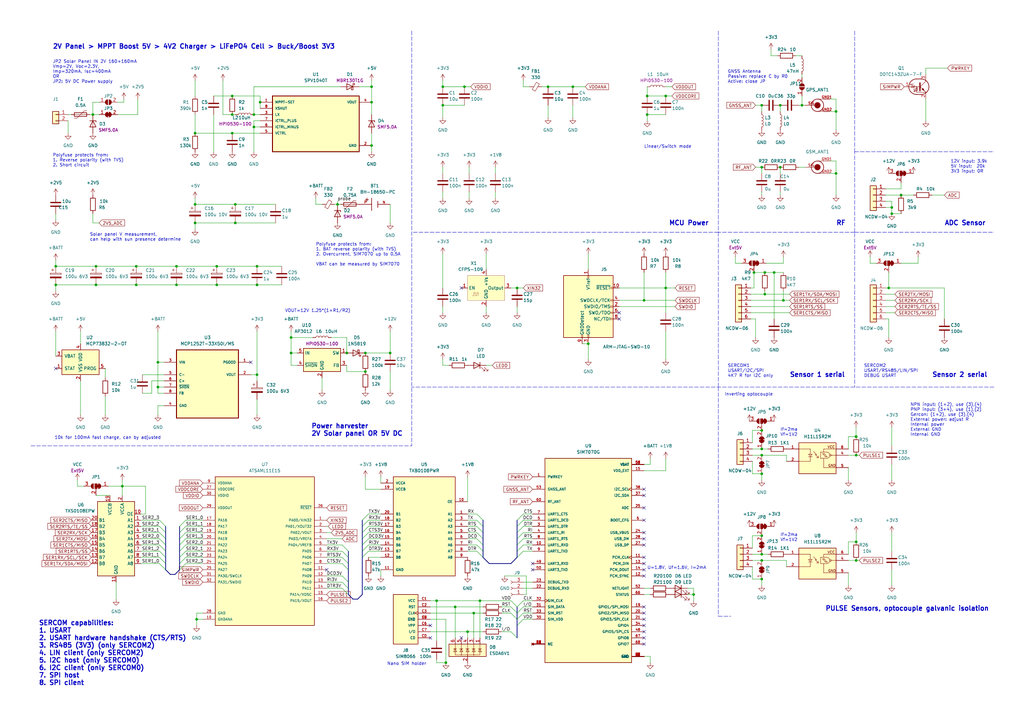
<source format=kicad_sch>
(kicad_sch (version 20211123) (generator eeschema)
  (paper "A3")
  (title_block (title "NB-IoT platform based on SAML11, SIM7070") (date "2022-09-18") (rev "1.0") (company "apolisskyi") (comment 1 "Solar power"))
  (junction (at 284.48 243.84))
  (junction (at 273.05 118.11))
  (junction (at 152.4 35.56))
  (junction (at 312.42 43.18))
  (junction (at 119.38 138.43))
  (junction (at 88.9 116.84))
  (junction (at 142.24 144.78))
  (junction (at 64.77 158.75))
  (junction (at 265.43 46.99))
  (junction (at 328.93 43.18))
  (junction (at 149.86 152.4))
  (junction (at 104.14 46.99))
  (junction (at 179.07 246.38))
  (junction (at 234.95 35.56))
  (junction (at 95.25 54.61))
  (junction (at 351.0958 179.07))
  (junction (at 342.9 45.72))
  (junction (at 55.88 109.22))
  (junction (at 190.5 35.56))
  (junction (at 95.25 39.37))
  (junction (at 317.5 111.76))
  (junction (at 312.42 219.71))
  (junction (at 152.4 59.69))
  (junction (at 351.155 186.69))
  (junction (at 80.01 83.82))
  (junction (at 186.69 248.92))
  (junction (at 312.42 186.69))
  (junction (at 181.61 35.56))
  (junction (at 264.16 123.19))
  (junction (at 138.43 83.82))
  (junction (at 39.37 116.84))
  (junction (at 50.165 199.39))
  (junction (at 312.42 194.31))
  (junction (at 312.42 227.33))
  (junction (at 22.86 109.22))
  (junction (at 321.31 123.19))
  (junction (at 72.39 109.22))
  (junction (at 351.155 222.25))
  (junction (at 182.88 271.78))
  (junction (at 312.42 229.87))
  (junction (at 119.38 144.78))
  (junction (at 364.49 118.11))
  (junction (at 312.42 237.49))
  (junction (at 80.01 91.44))
  (junction (at 212.09 118.11))
  (junction (at 241.3 140.97))
  (junction (at 152.4 41.91))
  (junction (at 105.41 109.22))
  (junction (at 312.42 68.58))
  (junction (at 365.76 87.63))
  (junction (at 194.31 251.46))
  (junction (at 369.57 80.01))
  (junction (at 313.69 120.65))
  (junction (at 96.52 83.82))
  (junction (at 342.9 71.12))
  (junction (at 351.155 179.07))
  (junction (at 104.14 52.07))
  (junction (at 106.68 41.91))
  (junction (at 160.02 144.78))
  (junction (at 309.245 111.76))
  (junction (at 22.86 116.84))
  (junction (at 105.41 116.84))
  (junction (at 72.39 116.84))
  (junction (at 80.01 54.61))
  (junction (at 224.79 35.56))
  (junction (at 80.645 254))
  (junction (at 55.88 116.84))
  (junction (at 88.9 109.22))
  (junction (at 196.85 246.38))
  (junction (at 96.52 91.44))
  (junction (at 273.05 39.37))
  (junction (at 365.76 85.09))
  (junction (at 39.37 109.22))
  (junction (at 265.43 39.37))
  (junction (at 312.42 184.15))
  (junction (at 64.77 148.59))
  (junction (at 38.1 46.99))
  (junction (at 149.86 144.78))
  (junction (at 320.04 68.58))
  (junction (at 351.155 229.87))
  (junction (at 320.04 43.18))
  (junction (at 313.69 111.76))
  (junction (at 312.42 176.53))
  (junction (at 191.77 259.08))
  (junction (at 181.61 43.18))
  (junction (at 95.25 46.99))
  (junction (at 105.41 153.67))
  (no_connect (at 189.23 261.62))
  (no_connect (at 264.16 218.44))
  (no_connect (at 264.16 220.98))
  (no_connect (at 264.16 208.28))
  (no_connect (at 264.16 213.36))
  (no_connect (at 254 130.81))
  (no_connect (at 254 128.27))
  (no_connect (at 189.23 118.11))
  (no_connect (at 133.985 233.68))
  (no_connect (at 264.16 231.14))
  (no_connect (at 264.16 236.22))
  (no_connect (at 264.16 233.68))
  (no_connect (at 264.16 228.6))
  (no_connect (at 264.16 259.08))
  (no_connect (at 264.16 261.62))
  (no_connect (at 264.16 264.16))
  (no_connect (at 264.16 248.92))
  (no_connect (at 264.16 256.54))
  (no_connect (at 264.16 251.46))
  (no_connect (at 264.16 254))
  (no_connect (at 264.16 223.52))
  (no_connect (at 22.86 151.13))
  (no_connect (at 102.87 148.59))
  (no_connect (at 176.53 261.62))
  (no_connect (at 176.53 256.54))
  (no_connect (at 218.44 231.14))
  (no_connect (at 218.44 233.68))
  (no_connect (at 264.16 203.2))
  (no_connect (at 264.16 200.66))
  (bus_entry (at 151.13 220.98) (size -2.54 2.54))
  (bus_entry (at 151.13 223.52) (size -2.54 2.54))
  (bus_entry (at 151.13 226.06) (size -2.54 2.54))
  (bus_entry (at 151.13 210.82) (size -2.54 2.54))
  (bus_entry (at 151.13 213.36) (size -2.54 2.54))
  (bus_entry (at 151.13 215.9) (size -2.54 2.54))
  (bus_entry (at 151.13 218.44) (size -2.54 2.54))
  (bus_entry (at 209.55 259.08) (size 2.54 2.54))
  (bus_entry (at 209.55 251.46) (size 2.54 2.54))
  (bus_entry (at 209.55 248.92) (size 2.54 2.54))
  (bus_entry (at 209.55 246.38) (size 2.54 2.54))
  (bus_entry (at 214.63 215.9) (size -2.54 2.54))
  (bus_entry (at 214.63 246.38) (size -2.54 2.54))
  (bus_entry (at 214.63 220.98) (size -2.54 2.54))
  (bus_entry (at 214.63 223.52) (size -2.54 2.54))
  (bus_entry (at 195.58 226.06) (size 2.54 2.54))
  (bus_entry (at 195.58 215.9) (size 2.54 2.54))
  (bus_entry (at 195.58 213.36) (size 2.54 2.54))
  (bus_entry (at 195.58 210.82) (size 2.54 2.54))
  (bus_entry (at 195.58 220.98) (size 2.54 2.54))
  (bus_entry (at 195.58 218.44) (size 2.54 2.54))
  (bus_entry (at 214.63 213.36) (size -2.54 2.54))
  (bus_entry (at 140.335 238.76) (size 2.54 2.54))
  (bus_entry (at 140.335 236.22) (size 2.54 2.54))
  (bus_entry (at 140.335 228.6) (size 2.54 2.54))
  (bus_entry (at 140.335 231.14) (size 2.54 2.54))
  (bus_entry (at 140.335 226.06) (size 2.54 2.54))
  (bus_entry (at 140.335 223.52) (size 2.54 2.54))
  (bus_entry (at 140.335 241.3) (size 2.54 2.54))
  (bus_entry (at 214.63 226.06) (size -2.54 2.54))
  (bus_entry (at 195.58 223.52) (size 2.54 2.54))
  (bus_entry (at 214.63 218.44) (size -2.54 2.54))
  (bus_entry (at 214.63 254) (size -2.54 2.54))
  (bus_entry (at 214.63 248.92) (size -2.54 2.54))
  (bus_entry (at 214.63 251.46) (size -2.54 2.54))
  (bus_entry (at 76.2 231.14) (size -2.54 2.54))
  (bus_entry (at 76.2 228.6) (size -2.54 2.54))
  (bus_entry (at 65.405 231.14) (size 2.54 2.54))
  (bus_entry (at 65.405 228.6) (size 2.54 2.54))
  (bus_entry (at 65.405 226.06) (size 2.54 2.54))
  (bus_entry (at 65.405 223.52) (size 2.54 2.54))
  (bus_entry (at 76.2 213.36) (size -2.54 2.54))
  (bus_entry (at 76.2 215.9) (size -2.54 2.54))
  (bus_entry (at 76.2 218.44) (size -2.54 2.54))
  (bus_entry (at 65.405 218.44) (size 2.54 2.54))
  (bus_entry (at 65.405 220.98) (size 2.54 2.54))
  (bus_entry (at 76.2 223.52) (size -2.54 2.54))
  (bus_entry (at 76.2 226.06) (size -2.54 2.54))
  (bus_entry (at 76.2 220.98) (size -2.54 2.54))
  (bus_entry (at 65.405 215.9) (size 2.54 2.54))
  (bus_entry (at 65.405 213.36) (size 2.54 2.54))
  (bus_entry (at 214.63 210.82) (size -2.54 2.54))
  (wire (pts (xy 307.975 123.19) (xy 321.31 123.19)))
  (polyline (pts (xy 168.91 12.7) (xy 168.91 182.88)))
  (wire (pts (xy 214.63 251.46) (xy 218.44 251.46)))
  (wire (pts (xy 241.3 104.14) (xy 241.3 110.49)))
  (wire (pts (xy 176.53 251.46) (xy 194.31 251.46)))
  (wire (pts (xy 67.31 166.37) (xy 64.77 166.37)))
  (wire (pts (xy 320.04 45.72) (xy 320.04 43.18)))
  (wire (pts (xy 38.1 46.99) (xy 36.83 46.99)))
  (wire (pts (xy 137.16 83.82) (xy 138.43 83.82)))
  (wire (pts (xy 152.4 62.23) (xy 152.4 59.69)))
  (wire (pts (xy 273.05 118.11) (xy 276.86 118.11)))
  (wire (pts (xy 113.03 91.44) (xy 96.52 91.44)))
  (wire (pts (xy 367.03 125.73) (xy 363.22 125.73)))
  (wire (pts (xy 321.31 123.19) (xy 323.85 123.19)))
  (wire (pts (xy 195.58 215.9) (xy 191.77 215.9)))
  (bus (pts (xy 198.12 228.6) (xy 200.66 231.14)))
  (wire (pts (xy 312.42 194.31) (xy 312.42 196.85)))
  (wire (pts (xy 67.31 153.67) (xy 58.42 153.67)))
  (wire (pts (xy 27.94 54.61) (xy 27.94 49.53)))
  (wire (pts (xy 160.02 91.44) (xy 160.02 83.82)))
  (bus (pts (xy 73.66 231.14) (xy 73.66 233.68)))
  (wire (pts (xy 313.69 119.38) (xy 313.69 120.65)))
  (bus (pts (xy 212.09 213.36) (xy 212.09 215.9)))
  (wire (pts (xy 38.1 46.99) (xy 38.1 41.91)))
  (wire (pts (xy 312.42 237.49) (xy 312.42 240.03)))
  (wire (pts (xy 320.04 78.74) (xy 320.04 80.01)))
  (wire (pts (xy 195.58 226.06) (xy 191.77 226.06)))
  (polyline (pts (xy 294.64 158.75) (xy 294.64 252.73)))
  (wire (pts (xy 58.42 161.29) (xy 62.23 161.29)))
  (wire (pts (xy 39.37 203.2) (xy 45.085 203.2)))
  (wire (pts (xy 387.35 118.11) (xy 387.35 130.81)))
  (wire (pts (xy 314.325 107.95) (xy 321.31 107.95)))
  (wire (pts (xy 254 118.11) (xy 273.05 118.11)))
  (wire (pts (xy 181.61 149.86) (xy 184.15 149.86)))
  (polyline (pts (xy 294.64 95.25) (xy 168.91 95.25)))
  (bus (pts (xy 73.66 233.68) (xy 71.755 235.585)))
  (bus (pts (xy 198.12 223.52) (xy 198.12 226.06)))
  (wire (pts (xy 43.18 162.56) (xy 43.18 170.18)))
  (wire (pts (xy 135.89 218.44) (xy 133.985 218.44)))
  (wire (pts (xy 308.61 181.61) (xy 308.61 176.53)))
  (wire (pts (xy 67.31 161.29) (xy 64.77 161.29)))
  (wire (pts (xy 151.13 226.06) (xy 156.21 226.06)))
  (bus (pts (xy 73.66 226.06) (xy 73.66 228.6)))
  (wire (pts (xy 312.42 219.71) (xy 308.61 219.71)))
  (wire (pts (xy 67.31 158.75) (xy 64.77 158.75)))
  (wire (pts (xy 191.77 259.08) (xy 198.12 259.08)))
  (wire (pts (xy 321.31 119.38) (xy 321.31 123.19)))
  (bus (pts (xy 200.66 231.14) (xy 209.55 231.14)))
  (wire (pts (xy 309.88 138.43) (xy 309.88 130.81)))
  (wire (pts (xy 38.1 46.99) (xy 40.64 46.99)))
  (bus (pts (xy 73.66 223.52) (xy 73.66 226.06)))
  (wire (pts (xy 119.38 135.89) (xy 119.38 138.43)))
  (wire (pts (xy 91.44 46.99) (xy 95.25 46.99)))
  (wire (pts (xy 138.43 83.82) (xy 138.43 82.55)))
  (wire (pts (xy 214.63 223.52) (xy 218.44 223.52)))
  (wire (pts (xy 214.63 210.82) (xy 218.44 210.82)))
  (wire (pts (xy 179.07 246.38) (xy 196.85 246.38)))
  (wire (pts (xy 351.155 229.87) (xy 352.425 229.87)))
  (wire (pts (xy 113.03 83.82) (xy 96.52 83.82)))
  (wire (pts (xy 203.2 81.28) (xy 203.2 78.74)))
  (wire (pts (xy 105.41 153.67) (xy 105.41 135.89)))
  (wire (pts (xy 254 123.19) (xy 264.16 123.19)))
  (bus (pts (xy 212.09 223.52) (xy 212.09 226.06)))
  (wire (pts (xy 212.09 118.11) (xy 209.55 118.11)))
  (wire (pts (xy 76.2 226.06) (xy 83.185 226.06)))
  (polyline (pts (xy 294.64 12.7) (xy 294.64 95.25)))
  (wire (pts (xy 139.7 35.56) (xy 104.14 35.56)))
  (wire (pts (xy 65.405 223.52) (xy 57.785 223.52)))
  (wire (pts (xy 48.26 46.99) (xy 56.515 46.99)))
  (wire (pts (xy 55.88 116.84) (xy 72.39 116.84)))
  (wire (pts (xy 241.3 140.97) (xy 238.76 140.97)))
  (wire (pts (xy 273.05 111.76) (xy 273.05 118.11)))
  (wire (pts (xy 119.38 149.86) (xy 119.38 144.78)))
  (wire (pts (xy 96.52 83.82) (xy 80.01 83.82)))
  (polyline (pts (xy 350.52 95.25) (xy 407.67 95.25)))
  (wire (pts (xy 133.985 238.76) (xy 140.335 238.76)))
  (wire (pts (xy 135.89 138.43) (xy 142.24 138.43)))
  (wire (pts (xy 152.4 54.61) (xy 152.4 59.69)))
  (bus (pts (xy 67.945 220.98) (xy 67.945 223.52)))
  (wire (pts (xy 39.37 109.22) (xy 55.88 109.22)))
  (bus (pts (xy 198.12 218.44) (xy 198.12 220.98)))
  (wire (pts (xy 312.42 45.72) (xy 312.42 43.18)))
  (wire (pts (xy 264.16 123.19) (xy 276.86 123.19)))
  (wire (pts (xy 91.44 33.02) (xy 91.44 46.99)))
  (wire (pts (xy 308.61 184.15) (xy 312.42 184.15)))
  (wire (pts (xy 309.245 111.76) (xy 309.245 118.11)))
  (wire (pts (xy 194.31 251.46) (xy 198.12 251.46)))
  (wire (pts (xy 212.09 128.27) (xy 212.09 125.73)))
  (wire (pts (xy 22.86 106.68) (xy 22.86 109.22)))
  (bus (pts (xy 212.09 254) (xy 212.09 256.54)))
  (wire (pts (xy 312.42 186.69) (xy 322.58 186.69)))
  (bus (pts (xy 67.945 218.44) (xy 67.945 220.98)))
  (bus (pts (xy 209.55 231.14) (xy 212.09 228.6)))
  (wire (pts (xy 196.85 261.62) (xy 196.85 246.38)))
  (wire (pts (xy 347.98 227.33) (xy 347.98 222.25)))
  (wire (pts (xy 44.45 199.39) (xy 50.165 199.39)))
  (wire (pts (xy 38.1 91.44) (xy 38.1 87.63)))
  (wire (pts (xy 347.98 229.87) (xy 351.155 229.87)))
  (wire (pts (xy 308.61 189.23) (xy 308.61 194.31)))
  (bus (pts (xy 198.12 215.9) (xy 198.12 218.44)))
  (wire (pts (xy 196.85 246.38) (xy 209.55 246.38)))
  (wire (pts (xy 186.69 261.62) (xy 186.69 248.92)))
  (polyline (pts (xy 350.52 62.23) (xy 407.67 62.23)))
  (wire (pts (xy 364.49 111.76) (xy 364.49 118.11)))
  (wire (pts (xy 363.22 120.65) (xy 367.03 120.65)))
  (wire (pts (xy 38.1 41.91) (xy 40.64 41.91)))
  (wire (pts (xy 33.02 135.89) (xy 33.02 140.97)))
  (wire (pts (xy 205.74 259.08) (xy 209.55 259.08)))
  (wire (pts (xy 128.27 138.43) (xy 119.38 138.43)))
  (wire (pts (xy 312.42 71.12) (xy 312.42 68.58)))
  (bus (pts (xy 148.59 220.98) (xy 148.59 223.52)))
  (wire (pts (xy 151.13 220.98) (xy 156.21 220.98)))
  (wire (pts (xy 152.4 35.56) (xy 152.4 41.91)))
  (wire (pts (xy 59.69 210.82) (xy 57.785 210.82)))
  (wire (pts (xy 186.69 248.92) (xy 198.12 248.92)))
  (wire (pts (xy 133.985 241.3) (xy 140.335 241.3)))
  (wire (pts (xy 308.61 186.69) (xy 312.42 186.69)))
  (wire (pts (xy 234.95 35.56) (xy 240.03 35.56)))
  (wire (pts (xy 152.4 33.02) (xy 152.4 35.56)))
  (wire (pts (xy 379.73 27.94) (xy 379.73 30.48)))
  (wire (pts (xy 181.61 68.58) (xy 181.61 71.12)))
  (wire (pts (xy 104.14 46.99) (xy 106.68 46.99)))
  (wire (pts (xy 80.01 93.98) (xy 80.01 91.44)))
  (bus (pts (xy 212.09 215.9) (xy 212.09 218.44)))
  (wire (pts (xy 376.555 107.95) (xy 376.555 105.41)))
  (wire (pts (xy 342.9 71.12) (xy 342.9 80.01)))
  (wire (pts (xy 301.625 107.95) (xy 301.625 105.41)))
  (wire (pts (xy 72.39 109.22) (xy 88.9 109.22)))
  (wire (pts (xy 64.77 158.75) (xy 64.77 148.59)))
  (wire (pts (xy 129.54 81.28) (xy 129.54 83.82)))
  (wire (pts (xy 151.13 218.44) (xy 156.21 218.44)))
  (wire (pts (xy 364.49 138.43) (xy 364.49 130.81)))
  (polyline (pts (xy 12.7 182.88) (xy 168.91 182.88)))
  (bus (pts (xy 212.09 226.06) (xy 212.09 228.6)))
  (wire (pts (xy 152.4 46.99) (xy 152.4 41.91)))
  (wire (pts (xy 65.405 231.14) (xy 57.785 231.14)))
  (wire (pts (xy 224.79 48.26) (xy 224.79 43.18)))
  (wire (pts (xy 356.87 107.95) (xy 356.87 105.41)))
  (wire (pts (xy 195.58 220.98) (xy 191.77 220.98)))
  (wire (pts (xy 234.95 48.26) (xy 234.95 43.18)))
  (wire (pts (xy 129.54 83.82) (xy 132.08 83.82)))
  (wire (pts (xy 273.05 187.96) (xy 273.05 193.04)))
  (wire (pts (xy 151.13 223.52) (xy 156.21 223.52)))
  (wire (pts (xy 322.58 186.69) (xy 322.58 189.23)))
  (wire (pts (xy 142.24 149.86) (xy 142.24 152.4)))
  (bus (pts (xy 212.09 218.44) (xy 212.09 220.98)))
  (wire (pts (xy 207.01 236.22) (xy 215.9 236.22)))
  (wire (pts (xy 181.61 81.28) (xy 181.61 78.74)))
  (wire (pts (xy 104.14 49.53) (xy 104.14 52.07)))
  (wire (pts (xy 142.24 152.4) (xy 149.86 152.4)))
  (wire (pts (xy 214.63 218.44) (xy 218.44 218.44)))
  (wire (pts (xy 156.21 228.6) (xy 151.13 228.6)))
  (wire (pts (xy 309.245 111.76) (xy 313.69 111.76)))
  (wire (pts (xy 133.985 223.52) (xy 140.335 223.52)))
  (wire (pts (xy 308.61 237.49) (xy 312.42 237.49)))
  (wire (pts (xy 50.8 41.91) (xy 50.8 40.64)))
  (wire (pts (xy 96.52 91.44) (xy 80.01 91.44)))
  (wire (pts (xy 156.21 195.58) (xy 156.21 198.12)))
  (wire (pts (xy 181.61 33.02) (xy 181.61 35.56)))
  (wire (pts (xy 80.645 251.46) (xy 80.645 254)))
  (wire (pts (xy 215.9 243.84) (xy 215.9 236.22)))
  (wire (pts (xy 363.22 85.09) (xy 365.76 85.09)))
  (bus (pts (xy 69.85 235.585) (xy 67.945 233.68)))
  (wire (pts (xy 224.79 35.56) (xy 234.95 35.56)))
  (wire (pts (xy 241.3 147.32) (xy 241.3 140.97)))
  (bus (pts (xy 73.66 220.98) (xy 73.66 223.52)))
  (wire (pts (xy 320.04 71.12) (xy 320.04 68.58)))
  (wire (pts (xy 176.53 259.08) (xy 191.77 259.08)))
  (wire (pts (xy 190.5 35.56) (xy 193.04 35.56)))
  (wire (pts (xy 369.57 107.95) (xy 376.555 107.95)))
  (wire (pts (xy 64.77 135.89) (xy 64.77 148.59)))
  (wire (pts (xy 133.985 231.14) (xy 140.335 231.14)))
  (wire (pts (xy 218.44 246.38) (xy 214.63 246.38)))
  (wire (pts (xy 328.93 43.18) (xy 330.2 43.18)))
  (wire (pts (xy 266.7 187.96) (xy 266.7 190.5)))
  (wire (pts (xy 181.61 147.32) (xy 181.61 149.86)))
  (wire (pts (xy 142.24 138.43) (xy 142.24 144.78)))
  (wire (pts (xy 95.25 39.37) (xy 106.68 39.37)))
  (wire (pts (xy 203.2 68.58) (xy 203.2 71.12)))
  (wire (pts (xy 307.975 130.81) (xy 309.88 130.81)))
  (bus (pts (xy 73.66 228.6) (xy 73.66 231.14)))
  (wire (pts (xy 365.76 85.09) (xy 365.76 87.63)))
  (wire (pts (xy 83.185 251.46) (xy 80.645 251.46)))
  (wire (pts (xy 22.86 90.17) (xy 22.86 87.63)))
  (bus (pts (xy 212.09 248.92) (xy 212.09 251.46)))
  (wire (pts (xy 214.63 241.3) (xy 218.44 241.3)))
  (wire (pts (xy 40.64 91.44) (xy 38.1 91.44)))
  (bus (pts (xy 148.59 228.6) (xy 148.59 243.84)))
  (wire (pts (xy 156.21 236.22) (xy 156.21 233.68)))
  (wire (pts (xy 273.05 147.32) (xy 273.05 135.89)))
  (bus (pts (xy 67.945 228.6) (xy 67.945 231.14)))
  (wire (pts (xy 304.165 107.95) (xy 301.625 107.95)))
  (wire (pts (xy 138.43 83.82) (xy 139.7 83.82)))
  (bus (pts (xy 198.12 226.06) (xy 198.12 228.6)))
  (wire (pts (xy 352.425 186.69) (xy 351.155 186.69)))
  (wire (pts (xy 199.39 104.14) (xy 199.39 110.49)))
  (wire (pts (xy 48.26 41.91) (xy 50.8 41.91)))
  (polyline (pts (xy 407.67 158.75) (xy 168.91 158.75)))
  (bus (pts (xy 142.875 231.14) (xy 142.875 233.68)))
  (wire (pts (xy 191.77 261.62) (xy 191.77 259.08)))
  (bus (pts (xy 148.59 218.44) (xy 148.59 220.98)))
  (bus (pts (xy 198.12 220.98) (xy 198.12 223.52)))
  (wire (pts (xy 273.05 39.37) (xy 275.59 39.37)))
  (wire (pts (xy 264.16 241.3) (xy 266.7 241.3)))
  (polyline (pts (xy 350.52 95.25) (xy 294.64 95.25)))
  (wire (pts (xy 65.405 226.06) (xy 57.785 226.06)))
  (wire (pts (xy 264.16 111.76) (xy 264.16 123.19)))
  (wire (pts (xy 176.53 248.92) (xy 186.69 248.92)))
  (wire (pts (xy 351.0958 175.26) (xy 351.0958 179.07)))
  (wire (pts (xy 151.13 215.9) (xy 156.21 215.9)))
  (wire (pts (xy 80.01 33.02) (xy 80.01 39.37)))
  (wire (pts (xy 323.85 128.27) (xy 307.975 128.27)))
  (wire (pts (xy 351.155 186.69) (xy 347.98 186.69)))
  (bus (pts (xy 212.09 220.98) (xy 212.09 223.52)))
  (wire (pts (xy 105.41 109.22) (xy 115.57 109.22)))
  (wire (pts (xy 87.63 39.37) (xy 95.25 39.37)))
  (wire (pts (xy 275.59 35.56) (xy 273.05 35.56)))
  (polyline (pts (xy 294.64 95.25) (xy 294.64 158.75)))
  (wire (pts (xy 76.2 231.14) (xy 83.185 231.14)))
  (wire (pts (xy 62.23 156.21) (xy 67.31 156.21)))
  (wire (pts (xy 273.05 193.04) (xy 264.16 193.04)))
  (wire (pts (xy 147.32 35.56) (xy 152.4 35.56)))
  (wire (pts (xy 308.61 232.41) (xy 308.61 237.49)))
  (wire (pts (xy 340.36 71.12) (xy 342.9 71.12)))
  (wire (pts (xy 387.35 80.01) (xy 382.27 80.01)))
  (wire (pts (xy 76.2 218.44) (xy 83.185 218.44)))
  (wire (pts (xy 76.2 220.98) (xy 83.185 220.98)))
  (wire (pts (xy 347.98 222.25) (xy 351.155 222.25)))
  (wire (pts (xy 104.14 35.56) (xy 104.14 46.99)))
  (wire (pts (xy 273.05 128.27) (xy 273.05 118.11)))
  (wire (pts (xy 50.165 199.39) (xy 50.165 203.2)))
  (wire (pts (xy 95.25 46.99) (xy 96.52 46.99)))
  (wire (pts (xy 323.85 125.73) (xy 307.975 125.73)))
  (bus (pts (xy 71.755 235.585) (xy 69.85 235.585)))
  (wire (pts (xy 214.63 118.11) (xy 212.09 118.11)))
  (wire (pts (xy 119.38 138.43) (xy 119.38 144.78)))
  (wire (pts (xy 214.63 226.06) (xy 218.44 226.06)))
  (wire (pts (xy 181.61 48.26) (xy 181.61 43.18)))
  (wire (pts (xy 364.49 130.81) (xy 363.22 130.81)))
  (wire (pts (xy 359.41 107.95) (xy 356.87 107.95)))
  (wire (pts (xy 365.76 196.85) (xy 365.76 190.5)))
  (wire (pts (xy 365.76 87.63) (xy 369.57 87.63)))
  (wire (pts (xy 102.87 153.67) (xy 105.41 153.67)))
  (wire (pts (xy 264.16 243.84) (xy 266.7 243.84)))
  (wire (pts (xy 313.69 120.65) (xy 323.85 120.65)))
  (wire (pts (xy 160.02 160.02) (xy 160.02 152.4)))
  (wire (pts (xy 192.405 81.28) (xy 192.405 78.74)))
  (wire (pts (xy 65.405 218.44) (xy 57.785 218.44)))
  (wire (pts (xy 76.2 223.52) (xy 83.185 223.52)))
  (wire (pts (xy 266.7 190.5) (xy 264.16 190.5)))
  (wire (pts (xy 80.01 81.28) (xy 80.01 83.82)))
  (wire (pts (xy 351.0958 179.07) (xy 351.155 179.07)))
  (bus (pts (xy 142.875 226.06) (xy 142.875 228.6)))
  (wire (pts (xy 95.25 54.61) (xy 106.68 54.61)))
  (bus (pts (xy 148.59 213.36) (xy 148.59 215.9)))
  (wire (pts (xy 179.07 271.78) (xy 182.88 271.78)))
  (wire (pts (xy 266.7 269.24) (xy 264.16 269.24)))
  (wire (pts (xy 363.22 118.11) (xy 364.49 118.11)))
  (wire (pts (xy 309.245 118.11) (xy 307.975 118.11)))
  (wire (pts (xy 106.68 52.07) (xy 104.14 52.07)))
  (wire (pts (xy 50.165 199.39) (xy 59.69 199.39)))
  (wire (pts (xy 133.985 226.06) (xy 140.335 226.06)))
  (wire (pts (xy 106.68 49.53) (xy 104.14 49.53)))
  (wire (pts (xy 342.9 40.64) (xy 342.9 45.72)))
  (wire (pts (xy 266.7 269.24) (xy 266.7 271.78)))
  (wire (pts (xy 106.68 44.45) (xy 106.68 41.91)))
  (wire (pts (xy 312.42 227.33) (xy 314.96 227.33)))
  (wire (pts (xy 363.22 123.19) (xy 367.03 123.19)))
  (wire (pts (xy 308.61 219.71) (xy 308.61 224.79)))
  (wire (pts (xy 104.14 52.07) (xy 104.14 62.23)))
  (wire (pts (xy 133.985 228.6) (xy 140.335 228.6)))
  (wire (pts (xy 201.93 149.86) (xy 199.39 149.86)))
  (bus (pts (xy 144.78 245.745) (xy 146.685 245.745)))
  (wire (pts (xy 347.98 179.07) (xy 351.0958 179.07)))
  (wire (pts (xy 22.86 135.89) (xy 22.86 146.05)))
  (bus (pts (xy 73.66 218.44) (xy 73.66 220.98)))
  (bus (pts (xy 67.945 223.52) (xy 67.945 226.06)))
  (wire (pts (xy 80.01 54.61) (xy 95.25 54.61)))
  (wire (pts (xy 214.63 215.9) (xy 218.44 215.9)))
  (wire (pts (xy 80.01 46.99) (xy 80.01 54.61)))
  (wire (pts (xy 76.2 228.6) (xy 83.185 228.6)))
  (wire (pts (xy 326.39 22.86) (xy 328.93 22.86)))
  (wire (pts (xy 214.63 243.84) (xy 215.9 243.84)))
  (bus (pts (xy 73.66 215.9) (xy 73.66 218.44)))
  (wire (pts (xy 22.86 109.22) (xy 39.37 109.22)))
  (wire (pts (xy 50.165 196.9367) (xy 50.165 199.39)))
  (wire (pts (xy 192.405 68.58) (xy 192.405 71.12)))
  (wire (pts (xy 149.86 200.66) (xy 156.21 200.66)))
  (wire (pts (xy 64.77 161.29) (xy 64.77 158.75)))
  (wire (pts (xy 265.43 39.37) (xy 273.05 39.37)))
  (wire (pts (xy 379.73 27.94) (xy 388.62 27.94)))
  (wire (pts (xy 308.61 194.31) (xy 312.42 194.31)))
  (wire (pts (xy 65.405 213.36) (xy 57.785 213.36)))
  (bus (pts (xy 148.59 215.9) (xy 148.59 218.44)))
  (wire (pts (xy 369.57 77.47) (xy 369.57 74.93)))
  (wire (pts (xy 47.625 245.745) (xy 47.625 238.76)))
  (wire (pts (xy 312.42 80.01) (xy 312.42 78.74)))
  (bus (pts (xy 212.09 256.54) (xy 212.09 261.62)))
  (wire (pts (xy 121.92 149.86) (xy 119.38 149.86)))
  (polyline (pts (xy 350.52 12.7) (xy 350.52 62.23)))
  (bus (pts (xy 212.09 251.46) (xy 212.09 254)))
  (wire (pts (xy 191.77 195.58) (xy 191.77 205.74)))
  (wire (pts (xy 182.88 254) (xy 182.88 271.78)))
  (wire (pts (xy 284.48 241.3) (xy 284.48 243.84)))
  (wire (pts (xy 316.23 20.32) (xy 316.23 22.86)))
  (wire (pts (xy 317.5 111.76) (xy 317.5 130.81)))
  (wire (pts (xy 87.63 62.23) (xy 87.63 46.99)))
  (wire (pts (xy 363.22 77.47) (xy 369.57 77.47)))
  (wire (pts (xy 265.43 49.53) (xy 265.43 46.99)))
  (wire (pts (xy 195.58 223.52) (xy 191.77 223.52)))
  (wire (pts (xy 363.22 80.01) (xy 369.57 80.01)))
  (wire (pts (xy 59.69 199.39) (xy 59.69 210.82)))
  (wire (pts (xy 106.68 41.91) (xy 106.68 39.37)))
  (wire (pts (xy 214.63 248.92) (xy 218.44 248.92)))
  (wire (pts (xy 179.07 271.78) (xy 179.07 270.51)))
  (polyline (pts (xy 350.52 116.84) (xy 350.52 158.75)))
  (wire (pts (xy 281.94 243.84) (xy 284.48 243.84)))
  (wire (pts (xy 31.75 199.39) (xy 31.75 196.85)))
  (wire (pts (xy 312.42 229.87) (xy 322.58 229.87)))
  (wire (pts (xy 83.185 254) (xy 80.645 254)))
  (wire (pts (xy 312.42 68.58) (xy 309.88 68.58)))
  (wire (pts (xy 327.66 68.58) (xy 330.2 68.58)))
  (wire (pts (xy 149.86 200.66) (xy 149.86 195.58)))
  (wire (pts (xy 351.155 218.44) (xy 351.155 222.25)))
  (wire (pts (xy 214.63 33.02) (xy 214.63 35.56)))
  (wire (pts (xy 307.975 120.65) (xy 313.69 120.65)))
  (wire (pts (xy 29.21 46.99) (xy 27.94 46.99)))
  (bus (pts (xy 148.59 226.06) (xy 148.59 228.6)))
  (wire (pts (xy 151.13 213.36) (xy 156.21 213.36)))
  (wire (pts (xy 105.41 156.21) (xy 105.41 153.67)))
  (wire (pts (xy 88.9 116.84) (xy 105.41 116.84)))
  (wire (pts (xy 151.13 210.82) (xy 156.21 210.82)))
  (wire (pts (xy 209.55 251.46) (xy 205.74 251.46)))
  (wire (pts (xy 214.63 238.76) (xy 218.44 238.76)))
  (wire (pts (xy 273.05 46.99) (xy 265.43 46.99)))
  (polyline (pts (xy 350.52 115.57) (xy 350.52 95.25)))
  (bus (pts (xy 198.12 213.36) (xy 198.12 215.9)))
  (wire (pts (xy 340.36 66.04) (xy 342.9 66.04)))
  (wire (pts (xy 214.63 254) (xy 218.44 254)))
  (wire (pts (xy 195.58 213.36) (xy 191.77 213.36)))
  (bus (pts (xy 142.875 228.6) (xy 142.875 231.14)))
  (wire (pts (xy 190.5 43.18) (xy 181.61 43.18)))
  (bus (pts (xy 142.875 238.76) (xy 142.875 241.3)))
  (wire (pts (xy 76.2 213.36) (xy 83.185 213.36)))
  (wire (pts (xy 194.31 261.62) (xy 194.31 251.46)))
  (bus (pts (xy 67.945 226.06) (xy 67.945 228.6)))
  (wire (pts (xy 160.02 135.89) (xy 160.02 144.78)))
  (polyline (pts (xy 350.52 95.25) (xy 350.52 62.23)))
  (wire (pts (xy 134.62 215.9) (xy 133.985 215.9)))
  (bus (pts (xy 67.945 215.9) (xy 67.945 218.44)))
  (wire (pts (xy 72.39 116.84) (xy 88.9 116.84)))
  (wire (pts (xy 308.61 176.53) (xy 312.42 176.53)))
  (polyline (pts (xy 294.64 252.73) (xy 299.72 252.73)))
  (wire (pts (xy 181.61 35.56) (xy 190.5 35.56)))
  (wire (pts (xy 62.23 161.29) (xy 62.23 156.21)))
  (wire (pts (xy 65.405 220.98) (xy 57.785 220.98)))
  (wire (pts (xy 140.335 220.98) (xy 133.985 220.98)))
  (wire (pts (xy 39.37 116.84) (xy 55.88 116.84)))
  (wire (pts (xy 181.61 104.14) (xy 181.61 118.11)))
  (wire (pts (xy 149.86 144.78) (xy 160.02 144.78)))
  (wire (pts (xy 119.38 144.78) (xy 121.92 144.78)))
  (wire (pts (xy 176.53 246.38) (xy 179.07 246.38)))
  (wire (pts (xy 347.98 240.03) (xy 347.98 234.95)))
  (wire (pts (xy 76.2 215.9) (xy 83.185 215.9)))
  (wire (pts (xy 365.76 82.55) (xy 365.76 85.09)))
  (wire (pts (xy 284.48 243.84) (xy 284.48 246.38)))
  (wire (pts (xy 195.58 210.82) (xy 191.77 210.82)))
  (wire (pts (xy 65.405 228.6) (xy 57.785 228.6)))
  (wire (pts (xy 56.515 46.99) (xy 56.515 40.64)))
  (wire (pts (xy 365.76 175.26) (xy 365.76 182.88)))
  (wire (pts (xy 327.66 43.18) (xy 328.93 43.18)))
  (wire (pts (xy 309.88 43.18) (xy 312.42 43.18)))
  (wire (pts (xy 64.77 148.59) (xy 67.31 148.59)))
  (wire (pts (xy 364.49 118.11) (xy 387.35 118.11)))
  (wire (pts (xy 33.02 170.18) (xy 33.02 156.21)))
  (wire (pts (xy 195.58 218.44) (xy 191.77 218.44)))
  (bus (pts (xy 148.59 223.52) (xy 148.59 226.06)))
  (wire (pts (xy 199.39 128.27) (xy 199.39 125.73)))
  (wire (pts (xy 214.63 35.56) (xy 217.17 35.56)))
  (bus (pts (xy 142.875 233.68) (xy 142.875 238.76)))
  (wire (pts (xy 34.29 199.39) (xy 31.75 199.39)))
  (wire (pts (xy 133.985 236.22) (xy 140.335 236.22)))
  (wire (pts (xy 369.57 80.01) (xy 374.65 80.01)))
  (wire (pts (xy 317.5 111.76) (xy 321.31 111.76)))
  (wire (pts (xy 363.22 82.55) (xy 365.76 82.55)))
  (wire (pts (xy 308.61 229.87) (xy 312.42 229.87)))
  (bus (pts (xy 142.875 241.3) (xy 142.875 243.84)))
  (wire (pts (xy 181.61 128.27) (xy 181.61 125.73)))
  (wire (pts (xy 308.61 227.33) (xy 312.42 227.33)))
  (bus (pts (xy 146.685 245.745) (xy 148.59 243.84)))
  (wire (pts (xy 80.645 254) (xy 80.645 256.54)))
  (wire (pts (xy 316.23 22.86) (xy 318.77 22.86)))
  (wire (pts (xy 321.31 107.95) (xy 321.31 105.41)))
  (wire (pts (xy 88.9 109.22) (xy 105.41 109.22)))
  (wire (pts (xy 209.55 248.92) (xy 205.74 248.92)))
  (wire (pts (xy 43.18 154.94) (xy 43.18 151.13)))
  (wire (pts (xy 214.63 220.98) (xy 218.44 220.98)))
  (wire (pts (xy 281.94 241.3) (xy 284.48 241.3)))
  (wire (pts (xy 379.73 40.64) (xy 379.73 49.53)))
  (wire (pts (xy 222.25 35.56) (xy 224.79 35.56)))
  (wire (pts (xy 176.53 254) (xy 182.88 254)))
  (wire (pts (xy 312.42 184.15) (xy 314.96 184.15)))
  (wire (pts (xy 328.93 30.48) (xy 328.93 31.75)))
  (wire (pts (xy 55.88 109.22) (xy 72.39 109.22)))
  (wire (pts (xy 347.98 184.15) (xy 347.98 179.07)))
  (wire (pts (xy 340.36 40.64) (xy 342.9 40.64)))
  (wire (pts (xy 367.03 128.27) (xy 363.22 128.27)))
  (wire (pts (xy 365.76 240.03) (xy 365.76 233.68)))
  (wire (pts (xy 22.86 119.38) (xy 22.86 116.84)))
  (wire (pts (xy 105.41 170.18) (xy 105.41 163.83)))
  (bus (pts (xy 67.945 231.14) (xy 67.945 233.68)))
  (wire (pts (xy 342.9 45.72) (xy 342.9 53.34)))
  (wire (pts (xy 179.07 262.89) (xy 179.07 246.38)))
  (wire (pts (xy 322.58 229.87) (xy 322.58 232.41)))
  (wire (pts (xy 214.63 213.36) (xy 218.44 213.36)))
  (wire (pts (xy 105.41 116.84) (xy 115.57 116.84)))
  (wire (pts (xy 342.9 66.04) (xy 342.9 71.12)))
  (wire (pts (xy 365.76 218.44) (xy 365.76 226.06)))
  (wire (pts (xy 328.93 39.37) (xy 328.93 43.18)))
  (wire (pts (xy 132.08 154.94) (xy 132.08 160.02)))
  (wire (pts (xy 347.98 196.85) (xy 347.98 191.77)))
  (wire (pts (xy 65.405 215.9) (xy 57.785 215.9)))
  (wire (pts (xy 22.86 116.84) (xy 39.37 116.84)))
  (wire (pts (xy 340.36 45.72) (xy 342.9 45.72)))
  (wire (pts (xy 313.69 111.76) (xy 317.5 111.76)))
  (wire (pts (xy 64.77 166.37) (xy 64.77 170.18)))
  (wire (pts (xy 276.86 125.73) (xy 254 125.73)))
  (bus (pts (xy 142.875 243.84) (xy 144.78 245.745)))
  (wire (pts (xy 265.43 35.56) (xy 265.43 39.37)))
  (text "If=2ma\nVf=1V2" (at 320.04 222.25 0) (effects (font (size 1.27 1.27)) (justify left bottom)))
  (text "ADC Sensor" (at 387.35 92.71 0) (effects (font (size 1.905 1.905) (thickness 0.381) bold) (justify left bottom)))
  (text "Polyfuse protects from:\n1. BAT reverse polarity (with TVS)\n2. Overcurrent, SIM7070 up to 0.5A\n\nVBAT can be measured by SIM7070" (at 129.54 109.22 0) (effects (font (size 1.27 1.27)) (justify left bottom)))
  (text "GNSS Antenna\nPassive: replace C by R0\nActive: close JP" (at 298.45 34.29 0) (effects (font (size 1.27 1.27)) (justify left bottom)))
  (text "10k for 100mA fast charge, can by adjusted" (at 66.04 180.34 180) (effects (font (size 1.27 1.27)) (justify right bottom)))
  (text "U=1.8V, Uf=1.6V, I=2mA" (at 265.43 233.68 0) (effects (font (size 1.27 1.27)) (justify left bottom)))
  (text "Power harvester\n2V Solar panel OR 5V DC" (at 127.635 179.07 0) (effects (font (size 1.905 1.905) (thickness 0.381) bold) (justify left bottom)))
  (text "PULSE Sensors, optocouple galvanic isolation" (at 338.455 250.825 0) (effects (font (size 1.905 1.905) (thickness 0.381) bold) (justify left bottom)))
  (text "Sensor 1 serial\n" (at 323.85 154.94 0) (effects (font (size 1.905 1.905) (thickness 0.381) bold) (justify left bottom)))
  (text "RF\n" (at 342.9 92.71 0) (effects (font (size 1.905 1.905) (thickness 0.381) bold) (justify left bottom)))
  (text "MCU Power\n" (at 274.32 92.71 0) (effects (font (size 1.905 1.905) (thickness 0.381) bold) (justify left bottom)))
  (text "Linear/Switch mode\n" (at 264.16 60.96 0) (effects (font (size 1.27 1.27)) (justify left bottom)))
  (text "12V input: 3.9k\n5V input:  20k\n3V3 input: 0R" (at 389.89 71.12 0) (effects (font (size 1.27 1.27)) (justify left bottom)))
  (text "VOUT=12V 1.25*(1+R1/R2)" (at 116.84 128.27 0) (effects (font (size 1.27 1.27)) (justify left bottom)))
  (text "If=2ma\nVf=1V2" (at 320.04 179.07 0) (effects (font (size 1.27 1.27)) (justify left bottom)))
  (text "2V Panel > MPPT Boost 5V > 4V2 Charger > LiFePO4 Cell > Buck/Boost 3V3" (at 21.59 20.32 0) (effects (font (size 1.905 1.905) (thickness 0.381) bold) (justify left bottom)))
  (text "SERCOM1\nUSART/I2C/SPI\n4K7 R for I2C only  " (at 298.45 154.94 0) (effects (font (size 1.27 1.27)) (justify left bottom)))
  (text "SERCOM capabilities:\n1. USART\n2. USART hardware handshake (CTS/RTS)\n3. RS485 (3V3) (only SERCOM2)\n4. LIN client (only SERCOM2)  \n5. I2C host (only SERCOM0)\n6. I2C client (only SERCOM0)\n7. SPI host\n8. SPI client" (at 15.875 281.305 0) (effects (font (size 1.905 1.905) (thickness 0.381) bold) (justify left bottom)))
  (text "SERCOM2\nUSART/RS485/LIN/SPI\nDEBUG USART\n" (at 354.33 154.94 0) (effects (font (size 1.27 1.27)) (justify left bottom)))
  (text "Nano SIM holder\n" (at 158.75 273.05 0) (effects (font (size 1.27 1.27)) (justify left bottom)))
  (text "JP2 Solar Panel IN 2V 160+160mA\nVmp=2V, Voc=2.3V,\nImp=320mA, Isc=400mA\nOR\nJP2: 5V DC Power supply" (at 21.59 34.29 0) (effects (font (size 1.27 1.27)) (justify left bottom)))
  (text "Polyfuse protects from:\n1. Reverse polarity (with TVS)\n2. Short circuit" (at 21.59 68.58 0) (effects (font (size 1.27 1.27)) (justify left bottom)))
  (text "NPN input: (1+2), use (3),(4)\nPNP input: (3+4), use (1),(2)\nGercon: (1+2), use (3),(4)\nExternal power: adjust R\nInternal power\nExternal GND\nInternal GND" (at 373.38 179.07 0) (effects (font (size 1.27 1.27)) (justify left bottom)))
  (text "Sensor 2 serial\n" (at 382.27 154.94 0) (effects (font (size 1.905 1.905) (thickness 0.381) bold) (justify left bottom)))
  (text "Inverting optocouple" (at 297.18 162.56 0) (effects (font (size 1.27 1.27)) (justify left bottom)))
  (text "Solar panel V measurement,\ncan help with sun presence determine" (at 36.83 99.06 0) (effects (font (size 1.27 1.27)) (justify left bottom)))
  (label "CTS" (at 218.44 210.82 180))
  (label "RTS3V" (at 133.985 228.6 0))
  (label "RI3V" (at 133.985 238.76 0))
  (label "TX3V" (at 133.985 223.52 0))
  (label "SER1_0" (at 76.2 213.36 0))
  (label "SER2_2" (at 65.405 215.9 180))
  (label "SER2_3" (at 65.405 213.36 180))
  (label "RX3V" (at 133.985 226.06 0))
  (label "CTS" (at 191.77 218.44 0))
  (label "DCD" (at 191.77 220.98 0))
  (label "VDD" (at 205.74 246.38 0))
  (label "probe" (at 138.43 82.55 0))
  (label "TX3V" (at 151.13 210.82 0))
  (label "SER1_2" (at 65.405 226.06 180))
  (label "CTS3V" (at 133.985 231.14 0))
  (label "SER1_0" (at 65.405 231.14 180))
  (label "DTR3V" (at 133.985 241.3 0))
  (label "RTS" (at 218.44 220.98 180))
  (label "RX" (at 191.77 210.82 0))
  (label "SER1_2" (at 76.2 218.44 0))
  (label "CLK" (at 214.63 246.38 0))
  (label "RTS3V" (at 151.13 215.9 0))
  (label "SER2_0" (at 76.2 223.52 0))
  (label "DTR" (at 218.44 215.9 180))
  (label "SER2_1" (at 76.2 226.06 0))
  (label "DTR3V" (at 151.13 226.06 0))
  (label "RST" (at 214.63 251.46 0))
  (label "DCD3V" (at 151.13 220.98 0))
  (label "VDD" (at 214.63 254 0))
  (label "DCD" (at 218.44 213.36 180))
  (label "SER2_2" (at 76.2 228.6 0))
  (label "SER1_3" (at 65.405 223.52 180))
  (label "TX" (at 191.77 213.36 0))
  (label "RTS" (at 191.77 215.9 0))
  (label "SER2_3" (at 76.2 231.14 0))
  (label "RST" (at 205.74 248.92 0))
  (label "CTS3V" (at 151.13 218.44 0))
  (label "SER2_0" (at 65.405 220.98 180))
  (label "SER1_1" (at 76.2 215.9 0))
  (label "RX3V" (at 151.13 213.36 0))
  (label "RI" (at 218.44 218.44 180))
  (label "RI" (at 191.77 223.52 0))
  (label "DCD3V" (at 133.985 236.22 0))
  (label "DTR" (at 191.77 226.06 0))
  (label "SER2_1" (at 65.405 218.44 180))
  (label "RI3V" (at 151.13 223.52 0))
  (label "SER1_1" (at 65.405 228.6 180))
  (label "I{slash}O" (at 205.74 259.08 0))
  (label "SER1_3" (at 76.2 220.98 0))
  (label "CLK" (at 205.74 251.46 0))
  (label "I{slash}O" (at 214.63 248.92 0))
  (label "RX" (at 218.44 223.52 180))
  (label "TX" (at 218.44 226.06 180))
  (global_label "RESET" (shape input) (at 276.86 118.11 0) (property "Intersheet References" "${INTERSHEET_REFS}" (effects hide)))
  (global_label "SER1CTS{slash}MISO" (shape input) (at 323.85 128.27 0) (property "Intersheet References" "${INTERSHEET_REFS}" (effects hide)))
  (global_label "RF_ANT" (shape input) (at 309.88 68.58 180) (property "Intersheet References" "${INTERSHEET_REFS}" (effects hide)))
  (global_label "ADC" (shape input) (at 387.35 80.01 0) (property "Intersheet References" "${INTERSHEET_REFS}" (effects hide)))
  (global_label "LEDD" (shape input) (at 201.93 149.86 0) (property "Intersheet References" "${INTERSHEET_REFS}" (effects hide)))
  (global_label "SER1RX{slash}SCL{slash}SCK" (shape input) (at 37.465 228.6 180) (property "Intersheet References" "${INTERSHEET_REFS}" (effects hide)))
  (global_label "SER1TX{slash}SDA{slash}MOSI" (shape input) (at 37.465 231.14 180) (property "Intersheet References" "${INTERSHEET_REFS}" (effects hide)))
  (global_label "SWDCLK" (shape input) (at 83.185 236.22 180) (property "Intersheet References" "${INTERSHEET_REFS}" (effects hide)))
  (global_label "PULSE1" (shape input) (at 133.985 243.84 0) (property "Intersheet References" "${INTERSHEET_REFS}" (effects hide)))
  (global_label "SER2RTS{slash}TE{slash}SS" (shape input) (at 37.465 215.9 180) (property "Intersheet References" "${INTERSHEET_REFS}" (effects hide)))
  (global_label "VDDOUT" (shape input) (at 275.59 35.56 0) (property "Intersheet References" "${INTERSHEET_REFS}" (effects hide)))
  (global_label "SER2TX{slash}MOSI" (shape input) (at 367.03 120.65 0) (property "Intersheet References" "${INTERSHEET_REFS}" (effects hide)))
  (global_label "ADC" (shape input) (at 140.335 220.98 0) (property "Intersheet References" "${INTERSHEET_REFS}" (effects hide)))
  (global_label "VDDIO" (shape input) (at 83.185 203.2 180) (property "Intersheet References" "${INTERSHEET_REFS}" (effects hide)))
  (global_label "VDDIO" (shape input) (at 193.04 35.56 0) (property "Intersheet References" "${INTERSHEET_REFS}" (effects hide)))
  (global_label "PWRKEY" (shape input) (at 388.62 27.94 0) (property "Intersheet References" "${INTERSHEET_REFS}" (effects hide)))
  (global_label "PULSE2" (shape input) (at 352.425 229.87 0) (property "Intersheet References" "${INTERSHEET_REFS}" (effects hide)))
  (global_label "2V5_ADC" (shape input) (at 135.89 218.44 0) (property "Intersheet References" "${INTERSHEET_REFS}" (effects hide)))
  (global_label "SER1TX{slash}SDA{slash}MOSI" (shape input) (at 323.85 120.65 0) (property "Intersheet References" "${INTERSHEET_REFS}" (effects hide)))
  (global_label "XIN32" (shape input) (at 214.63 118.11 0) (property "Intersheet References" "${INTERSHEET_REFS}" (effects hide)))
  (global_label "SER2CTS{slash}MISO" (shape input) (at 367.03 128.27 0) (property "Intersheet References" "${INTERSHEET_REFS}" (effects hide)))
  (global_label "SER1RX{slash}SCL{slash}SCK" (shape input) (at 323.85 123.19 0) (property "Intersheet References" "${INTERSHEET_REFS}" (effects hide)))
  (global_label "SWDIO" (shape input) (at 83.185 238.76 180) (property "Intersheet References" "${INTERSHEET_REFS}" (effects hide)))
  (global_label "RF_ANT" (shape input) (at 218.44 205.74 180) (property "Intersheet References" "${INTERSHEET_REFS}" (effects hide)))
  (global_label "VDDOUT" (shape input) (at 83.185 208.28 180) (property "Intersheet References" "${INTERSHEET_REFS}" (effects hide)))
  (global_label "PWRKEY" (shape input) (at 218.44 195.58 180) (property "Intersheet References" "${INTERSHEET_REFS}" (effects hide)))
  (global_label "SER2TX{slash}MOSI" (shape input) (at 37.465 220.98 180) (property "Intersheet References" "${INTERSHEET_REFS}" (effects hide)))
  (global_label "SIMPWR" (shape input) (at 83.185 233.68 180) (property "Intersheet References" "${INTERSHEET_REFS}" (effects hide)))
  (global_label "SIMPWR" (shape input) (at 370.84 35.56 180) (property "Intersheet References" "${INTERSHEET_REFS}" (effects hide)))
  (global_label "SER2CTS{slash}MISO" (shape input) (at 37.465 213.36 180) (property "Intersheet References" "${INTERSHEET_REFS}" (effects hide)))
  (global_label "LEDD" (shape input) (at 134.62 215.9 0) (property "Intersheet References" "${INTERSHEET_REFS}" (effects hide)))
  (global_label "VDDANA" (shape input) (at 83.185 198.12 180) (property "Intersheet References" "${INTERSHEET_REFS}" (effects hide)))
  (global_label "SWDIO" (shape input) (at 276.86 125.73 0) (property "Intersheet References" "${INTERSHEET_REFS}" (effects hide)))
  (global_label "PULSE2" (shape input) (at 133.985 246.38 0) (property "Intersheet References" "${INTERSHEET_REFS}" (effects hide)))
  (global_label "GNSS_ANT" (shape input) (at 218.44 200.66 180) (property "Intersheet References" "${INTERSHEET_REFS}" (effects hide)))
  (global_label "SER2RTS{slash}TE{slash}SS" (shape input) (at 367.03 125.73 0) (property "Intersheet References" "${INTERSHEET_REFS}" (effects hide)))
  (global_label "VDDCORE" (shape input) (at 83.185 200.66 180) (property "Intersheet References" "${INTERSHEET_REFS}" (effects hide)))
  (global_label "SER2RX{slash}SCK" (shape input) (at 37.465 218.44 180) (property "Intersheet References" "${INTERSHEET_REFS}" (effects hide)))
  (global_label "VDDANA" (shape input) (at 240.03 35.56 0) (property "Intersheet References" "${INTERSHEET_REFS}" (effects hide)))
  (global_label "RESET" (shape input) (at 133.985 208.28 0) (property "Intersheet References" "${INTERSHEET_REFS}" (effects hide)))
  (global_label "SER1RTS{slash}SS" (shape input) (at 323.85 125.73 0) (property "Intersheet References" "${INTERSHEET_REFS}" (effects hide)))
  (global_label "SWDCLK" (shape input) (at 276.86 123.19 0) (property "Intersheet References" "${INTERSHEET_REFS}" (effects hide)))
  (global_label "SER1CTS{slash}MISO" (shape input) (at 37.465 223.52 180) (property "Intersheet References" "${INTERSHEET_REFS}" (effects hide)))
  (global_label "2V5_ADC" (shape input) (at 40.64 91.44 0) (property "Intersheet References" "${INTERSHEET_REFS}" (effects hide)))
  (global_label "XIN32" (shape input) (at 133.985 213.36 0) (property "Intersheet References" "${INTERSHEET_REFS}" (effects hide)))
  (global_label "VDDCORE" (shape input) (at 275.59 39.37 0) (property "Intersheet References" "${INTERSHEET_REFS}" (effects hide)))
  (global_label "PULSE1" (shape input) (at 352.425 186.69 0) (property "Intersheet References" "${INTERSHEET_REFS}" (effects hide)))
  (global_label "SER2RX{slash}SCK" (shape input) (at 367.03 123.19 0) (property "Intersheet References" "${INTERSHEET_REFS}" (effects hide)))
  (global_label "SER1RTS{slash}SS" (shape input) (at 37.465 226.06 180) (property "Intersheet References" "${INTERSHEET_REFS}" (effects hide)))
  (global_label "GNSS_ANT" (shape input) (at 309.88 43.18 180) (property "Intersheet References" "${INTERSHEET_REFS}" (effects hide)))
  (symbol (lib_id "Connector:Conn_ARM_JTAG_SWD_10") (at 241.3 125.73 0) (unit 1)
    (property "Reference" "J5" (at 248.92 110.49 0) (effects (justify right)))
    (property "Value" "ARM-JTAG-SWD-10" (at 266.7 142.24 0) (effects (justify right)))
    (property "Footprint" "Connector_PinHeader_2.54mm:PinHeader_2x05_P2.54mm_Vertical" (effects hide))
    (property "Datasheet" "http://infocenter.arm.com/help/topic/com.arm.doc.ddi0314h/DDI0314H_coresight_components_trm.pdf" (effects hide))
  )
  (symbol (lib_id "Device:C") (at 365.76 186.69 0) (unit 1)
    (property "Reference" "C33" (at 368.3 185.42 0) (effects (justify left)))
    (property "Value" "100n" (at 368.3 187.96 0) (effects (justify left)))
    (property "Footprint" "Capacitor_SMD:C_0805_2012Metric_Pad1.18x1.45mm_HandSolder" (effects hide))
  )
  (symbol (lib_id "power:GND") (at 22.86 90.17 0) (unit 1)
    (property "Reference" "#PWR039" (effects hide))
    (property "Value" "GND" (at 22.86 95.25 0))
  )
  (symbol (lib_id "power:GND") (at 312.42 53.34 0) (unit 1)
    (property "Reference" "#PWR0103" (effects hide))
    (property "Value" "GND" (at 312.42 58.42 0))
  )
  (symbol (lib_id "Jumper:SolderJumper_2_Bridged") (at 312.42 233.68 90) (unit 1)
    (property "Reference" "JP9" (at 314.96 233.68 0))
    (property "Value" "SolderJumper_2_Bridged" (effects hide))
    (property "Footprint" "Jumper:SolderJumper-2_P1.3mm_Bridged_RoundedPad1.0x1.5mm" (effects hide))
  )
  (symbol (lib_id "power:GND") (at 191.77 236.22 0) (unit 1)
    (property "Reference" "#PWR090" (effects hide))
    (property "Value" "GND" (at 191.77 241.3 0))
  )
  (symbol (lib_id "power:GND") (at 132.08 160.02 0) (mirror y) (unit 1)
    (property "Reference" "#PWR0113" (effects hide))
    (property "Value" "GND" (at 132.08 165.1 0))
  )
  (symbol (lib_id "power:+3V3") (at 365.76 175.26 0) (unit 1)
    (property "Reference" "#PWR0122" (effects hide))
    (property "Value" "+3V3" (at 365.76 170.18 0))
  )
  (symbol (lib_id "Device:C") (at 105.41 113.03 0) (unit 1)
    (property "Reference" "C24" (at 107.95 111.76 0) (effects (justify left)))
    (property "Value" "1u" (at 107.95 114.3 0) (effects (justify left)))
    (property "Footprint" "Capacitor_SMD:C_0805_2012Metric_Pad1.18x1.45mm_HandSolder" (effects hide))
  )
  (symbol (lib_id "Jumper:SolderJumper_3_Bridged12") (at 369.57 71.12 0) (mirror y) (unit 1)
    (property "Reference" "JP6" (at 369.57 67.31 0))
    (property "Value" "SolderJumper_3_Bridged12" (effects hide))
    (property "Footprint" "Jumper:SolderJumper-3_P1.3mm_Bridged12_RoundedPad1.0x1.5mm_NumberLabels" (effects hide))
  )
  (symbol (lib_id "Device:C") (at 387.35 134.62 0) (unit 1)
    (property "Reference" "C30" (at 389.89 133.35 0) (effects (justify left)))
    (property "Value" "100n" (at 389.89 135.89 0) (effects (justify left)))
    (property "Footprint" "Capacitor_SMD:C_0805_2012Metric_Pad1.18x1.45mm_HandSolder" (effects hide))
  )
  (symbol (lib_id "Device:C") (at 192.405 74.93 0) (unit 1)
    (property "Reference" "C12" (at 194.945 73.66 0) (effects (justify left)))
    (property "Value" "100n" (at 194.945 76.2 0) (effects (justify left)))
    (property "Footprint" "Capacitor_SMD:C_0805_2012Metric_Pad1.18x1.45mm_HandSolder" (effects hide))
  )
  (symbol (lib_id "power:GND") (at 152.4 62.23 0) (unit 1)
    (property "Reference" "#PWR021" (effects hide))
    (property "Value" "GND" (at 152.4 67.31 0))
  )
  (symbol (lib_id "power:GND") (at 234.95 48.26 0) (unit 1)
    (property "Reference" "#PWR011" (effects hide))
    (property "Value" "GND" (at 234.95 53.34 0))
  )
  (symbol (lib_id "power:+BATT") (at 119.38 135.89 0) (mirror y) (unit 1)
    (property "Reference" "#PWR0121" (effects hide))
    (property "Value" "+BATT" (at 119.38 130.81 0))
  )
  (symbol (lib_id "Connector_Generic:Conn_01x04") (at 303.53 227.33 0) (mirror y) (unit 1)
    (property "Reference" "J7" (at 303.53 220.98 0))
    (property "Value" "NCDW-04" (at 303.53 236.22 0))
    (property "Footprint" "Connector_Molex:Molex_SL_171971-0004_1x04_P2.54mm_Vertical" (effects hide))
  )
  (symbol (lib_id "Device:C_Polarized") (at 72.39 113.03 0) (unit 1)
    (property "Reference" "C22" (at 76.2 110.8709 0) (effects (justify left)))
    (property "Value" "100u 6V3" (at 76.2 113.4109 0) (effects (justify left)))
    (property "Footprint" "Capacitor_Tantalum_SMD:CP_EIA-3528-21_Kemet-B_Pad1.50x2.35mm_HandSolder" (effects hide))
    (property "MANUFACTURER" "AVX" (effects hide))
    (property "PARTNUMBER" "TAJB107K006RNJ" (effects hide))
  )
  (symbol (lib_id "Device:C") (at 95.25 58.42 0) (unit 1)
    (property "Reference" "C9" (at 97.79 57.15 0) (effects (justify left)))
    (property "Value" "1n" (at 97.79 59.69 0) (effects (justify left)))
    (property "Footprint" "Capacitor_SMD:C_0805_2012Metric_Pad1.18x1.45mm_HandSolder" (effects hide))
  )
  (symbol (lib_id "power:+1V8") (at 191.77 195.58 0) (unit 1)
    (property "Reference" "#PWR079" (effects hide))
    (property "Value" "+1V8" (at 191.77 190.5 0))
  )
  (symbol (lib_id "power:+3V3") (at 365.76 218.44 0) (unit 1)
    (property "Reference" "#PWR087" (effects hide))
    (property "Value" "+3V3" (at 365.76 213.36 0))
  )
  (symbol (lib_id "power:+3V3") (at 181.61 68.58 0) (unit 1)
    (property "Reference" "#PWR023" (effects hide))
    (property "Value" "+3V3" (at 181.61 63.5 0))
  )
  (symbol (lib_id "power:GND") (at 181.61 48.26 0) (unit 1)
    (property "Reference" "#PWR09" (effects hide))
    (property "Value" "GND" (at 181.61 53.34 0))
  )
  (symbol (lib_id "power:+3V3") (at 214.63 33.02 0) (unit 1)
    (property "Reference" "#PWR06" (effects hide))
    (property "Value" "+3V3" (at 214.63 27.94 0))
  )
  (symbol (lib_id "Device:R") (at 264.16 107.95 0) (unit 1)
    (property "Reference" "R7" (at 269.24 109.22 0) (effects (justify right)))
    (property "Value" "10k" (at 270.51 106.68 0) (effects (justify right)))
    (property "Footprint" "Resistor_SMD:R_0805_2012Metric_Pad1.20x1.40mm_HandSolder" (effects hide))
  )
  (symbol (lib_id "power:+3V3") (at 321.31 105.41 0) (unit 1)
    (property "Reference" "#PWR0117" (effects hide))
    (property "Value" "+3V3" (at 321.31 100.33 0))
  )
  (symbol (lib_id "Device:R") (at 149.86 156.21 0) (mirror y) (unit 1)
    (property "Reference" "R28" (at 152.4 154.94 0) (effects (justify right)))
    (property "Value" "12k" (at 152.4 157.48 0) (effects (justify right)))
    (property "Footprint" "Resistor_SMD:R_0805_2012Metric_Pad1.20x1.40mm_HandSolder" (effects hide))
  )
  (symbol (lib_id "Jumper:SolderJumper_3_Bridged12") (at 309.245 107.95 0) (mirror y) (unit 1)
    (property "Reference" "JP4" (at 309.245 104.14 0))
    (property "Value" "SolderJumper_3_Bridged12" (effects hide))
    (property "Footprint" "Jumper:SolderJumper-3_P1.3mm_Bridged12_RoundedPad1.0x1.5mm_NumberLabels" (effects hide))
  )
  (symbol (lib_id "power:GND") (at 273.05 147.32 0) (unit 1)
    (property "Reference" "#PWR067" (effects hide))
    (property "Value" "GND" (at 273.05 152.4 0))
  )
  (symbol (lib_id "power:GND") (at 266.7 271.78 0) (unit 1)
    (property "Reference" "#PWR098" (effects hide))
    (property "Value" "GND" (at 266.7 276.86 0))
  )
  (symbol (lib_id "power:+BATT") (at 266.7 187.96 0) (unit 1)
    (property "Reference" "#PWR075" (effects hide))
    (property "Value" "+BATT" (at 266.7 182.88 0))
  )
  (symbol (lib_id "power:GND") (at 138.43 91.44 0) (unit 1)
    (property "Reference" "#PWR040" (effects hide))
    (property "Value" "GND" (at 138.43 96.52 0))
  )
  (symbol (lib_id "power:+3V3") (at 317.5 172.72 0) (unit 1)
    (property "Reference" "#PWR072" (effects hide))
    (property "Value" "+3V3" (at 317.5 167.64 0))
  )
  (symbol (lib_id "Device:C") (at 273.05 132.08 0) (unit 1)
    (property "Reference" "C28" (at 275.59 130.81 0) (effects (justify left)))
    (property "Value" "100n" (at 275.59 133.35 0) (effects (justify left)))
    (property "Footprint" "Capacitor_SMD:C_0805_2012Metric_Pad1.18x1.45mm_HandSolder" (effects hide))
  )
  (symbol (lib_id "power:GND") (at 347.98 240.03 0) (unit 1)
    (property "Reference" "#PWR091" (effects hide))
    (property "Value" "GND" (at 347.98 245.11 0))
  )
  (symbol (lib_id "power:GND") (at 365.76 87.63 0) (unit 1)
    (property "Reference" "#PWR038" (effects hide))
    (property "Value" "GND" (at 365.76 92.71 0))
  )
  (symbol (lib_id "Connector_Generic:Conn_01x02") (at 22.86 46.99 0) (mirror y) (unit 1)
    (property "Reference" "J1" (at 22.86 40.64 0))
    (property "Value" "Conn_01x02" (effects hide))
    (property "Footprint" "Connector_Molex:Molex_SL_171971-0002_1x02_P2.54mm_Vertical" (effects hide))
  )
  (symbol (lib_id "SIM8066-6-1-14-01-A_REVA:SIM8066-6-1-14-01-A_REVA") (at 166.37 254 0) (mirror y) (unit 1)
    (property "Reference" "J8" (at 166.37 266.7 0))
    (property "Value" "SIM8066" (at 166.37 269.24 0))
    (property "Footprint" "footprints:GCT_SIM8066-6-1-14-01-A_REVA" (effects hide))
    (property "PARTREV" "REVA" (effects hide))
    (property "STANDARD" "Manufacturer recommendations" (effects hide))
    (property "MAXIMUM_PACKAGE_HEIGHT" "1.44mm" (effects hide))
    (property "MANUFACTURER" "Global Connector Technology" (effects hide))
  )
  (symbol (lib_id "Device:LED") (at 278.13 241.3 0) (mirror y) (unit 1)
    (property "Reference" "D6" (at 278.13 236.22 0))
    (property "Value" "LED" (at 281.94 236.22 0))
    (property "Footprint" "LED_SMD:LED_0805_2012Metric_Pad1.15x1.40mm_HandSolder" (effects hide))
  )
  (symbol (lib_id "power:GND") (at 104.14 62.23 0) (unit 1)
    (property "Reference" "#PWR020" (effects hide))
    (property "Value" "GND" (at 104.14 67.31 0))
  )
  (symbol (lib_id "power:+12V") (at 307.34 172.72 0) (unit 1)
    (property "Reference" "#PWR0108" (effects hide))
    (property "Value" "+12V" (at 307.34 167.64 0))
  )
  (symbol (lib_id "Connector_Generic:Conn_01x06") (at 358.14 123.19 0) (mirror y) (unit 1)
    (property "Reference" "J4" (at 358.14 114.935 0))
    (property "Value" "NCDW-06" (at 357.505 134.62 0))
    (property "Footprint" "Connector_Molex:Molex_SL_171971-0006_1x06_P2.54mm_Vertical" (effects hide))
  )
  (symbol (lib_id "Device:C") (at 320.04 74.93 180) (unit 1)
    (property "Reference" "C14" (at 323.85 72.39 0) (effects (justify left)))
    (property "Value" "0u" (at 323.85 77.47 0) (effects (justify left)))
    (property "Footprint" "Capacitor_SMD:C_0603_1608Metric_Pad1.08x0.95mm_HandSolder" (effects hide))
  )
  (symbol (lib_id "power:GND") (at 320.04 80.01 0) (unit 1)
    (property "Reference" "#PWR0105" (effects hide))
    (property "Value" "GND" (at 320.04 85.09 0))
  )
  (symbol (lib_id "Device:C") (at 87.63 43.18 0) (unit 1)
    (property "Reference" "C5" (at 82.55 41.91 0) (effects (justify left)))
    (property "Value" "1n" (at 82.55 44.45 0) (effects (justify left)))
    (property "Footprint" "Capacitor_SMD:C_0805_2012Metric_Pad1.18x1.45mm_HandSolder" (effects hide))
  )
  (symbol (lib_id "power:GND") (at 312.42 196.85 0) (unit 1)
    (property "Reference" "#PWR084" (effects hide))
    (property "Value" "GND" (at 312.42 201.93 0))
  )
  (symbol (lib_id "power:GND") (at 80.01 93.98 0) (unit 1)
    (property "Reference" "#PWR042" (effects hide))
    (property "Value" "GND" (at 80.01 99.06 0))
  )
  (symbol (lib_id "Device:R") (at 187.96 149.86 90) (mirror x) (unit 1)
    (property "Reference" "R11" (at 184.15 147.32 90) (effects (justify right)))
    (property "Value" "1k" (at 189.23 147.32 90) (effects (justify right)))
    (property "Footprint" "Resistor_SMD:R_0805_2012Metric_Pad1.20x1.40mm_HandSolder" (effects hide))
  )
  (symbol (lib_id "power:+BATT") (at 129.54 81.28 0) (unit 1)
    (property "Reference" "#PWR031" (effects hide))
    (property "Value" "+BATT" (at 129.54 76.2 0))
  )
  (symbol (lib_id "power:+3V3") (at 181.61 104.14 0) (unit 1)
    (property "Reference" "#PWR043" (effects hide))
    (property "Value" "+3V3" (at 181.61 99.06 0))
  )
  (symbol (lib_id "power:+BATT") (at 64.77 135.89 0) (unit 1)
    (property "Reference" "#PWR061" (effects hide))
    (property "Value" "+BATT" (at 64.77 130.81 0))
  )
  (symbol (lib_id "power:+5V") (at 152.4 33.02 0) (unit 1)
    (property "Reference" "#PWR04" (effects hide))
    (property "Value" "+5V" (at 152.4 27.94 0))
  )
  (symbol (lib_id "power:+3V3") (at 181.61 33.02 0) (unit 1)
    (property "Reference" "#PWR05" (effects hide))
    (property "Value" "+3V3" (at 181.61 27.94 0))
  )
  (symbol (lib_id "power:GND") (at 207.01 236.22 0) (unit 1)
    (property "Reference" "#PWR0102" (effects hide))
    (property "Value" "GND" (at 207.01 241.3 0))
  )
  (symbol (lib_id "Jumper:SolderJumper_2_Bridged") (at 312.42 180.34 90) (unit 1)
    (property "Reference" "JP10" (at 316.484 178.816 90))
    (property "Value" "SolderJumper_2_Bridged" (effects hide))
    (property "Footprint" "Jumper:SolderJumper-2_P1.3mm_Bridged_RoundedPad1.0x1.5mm" (effects hide))
  )
  (symbol (lib_id "power:VCC") (at 301.625 105.41 0) (unit 1)
    (property "Reference" "#PWR0118" (effects hide))
    (property "Value" "VCC" (at 301.625 99.06 0))
    (property "Label" "Ext5V" (at 301.625 101.6 0))
  )
  (symbol (lib_id "power:GND") (at 95.25 62.23 0) (unit 1)
    (property "Reference" "#PWR019" (effects hide))
    (property "Value" "GND" (at 95.25 67.31 0))
  )
  (symbol (lib_id "Device:R") (at 80.01 58.42 180) (unit 1)
    (property "Reference" "R3" (at 74.93 57.15 0) (effects (justify right)))
    (property "Value" "130k" (at 73.66 59.69 0) (effects (justify right)))
    (property "Footprint" "Resistor_SMD:R_0805_2012Metric_Pad1.20x1.40mm_HandSolder" (effects hide))
  )
  (symbol (lib_id "Device:C") (at 190.5 39.37 0) (unit 1)
    (property "Reference" "C2" (at 193.04 38.1 0) (effects (justify left)))
    (property "Value" "100n" (at 193.04 40.64 0) (effects (justify left)))
    (property "Footprint" "Capacitor_SMD:C_0805_2012Metric_Pad1.18x1.45mm_HandSolder" (effects hide))
  )
  (symbol (lib_id "Device:R") (at 149.86 148.59 0) (mirror y) (unit 1)
    (property "Reference" "R27" (at 152.4 147.32 0) (effects (justify right)))
    (property "Value" "100k" (at 152.4 149.86 0) (effects (justify right)))
    (property "Footprint" "Resistor_SMD:R_0805_2012Metric_Pad1.20x1.40mm_HandSolder" (effects hide))
  )
  (symbol (lib_id "Device:C_Polarized") (at 105.41 160.02 0) (unit 1)
    (property "Reference" "C32" (at 109.22 157.8609 0) (effects (justify left)))
    (property "Value" "100u 6V3" (at 109.22 160.4009 0) (effects (justify left)))
    (property "Footprint" "Capacitor_Tantalum_SMD:CP_EIA-3528-21_Kemet-B_Pad1.50x2.35mm_HandSolder" (effects hide))
    (property "MANUFACTURER" "AVX" (effects hide))
    (property "PARTNUMBER" "TAJB107K006RNJ" (effects hide))
  )
  (symbol (lib_id "power:+2V5") (at 56.515 40.64 0) (unit 1)
    (property "Reference" "#PWR08" (effects hide))
    (property "Value" "+2V5" (at 56.515 35.56 0))
  )
  (symbol (lib_id "Jumper:SolderJumper_3_Bridged12") (at 312.42 172.72 0) (mirror y) (unit 1)
    (property "Reference" "JP5" (at 312.42 168.91 0))
    (property "Value" "SolderJumper_3_Bridged12" (effects hide))
    (property "Footprint" "Jumper:SolderJumper-3_P1.3mm_Bridged12_RoundedPad1.0x1.5mm_NumberLabels" (effects hide))
  )
  (symbol (lib_id "power:+3V3") (at 192.405 68.58 0) (unit 1)
    (property "Reference" "#PWR024" (effects hide))
    (property "Value" "+3V3" (at 192.405 63.5 0))
  )
  (symbol (lib_id "Device:C") (at 317.5 134.62 0) (unit 1)
    (property "Reference" "C29" (at 320.04 133.35 0) (effects (justify left)))
    (property "Value" "100n" (at 320.04 135.89 0) (effects (justify left)))
    (property "Footprint" "Capacitor_SMD:C_0805_2012Metric_Pad1.18x1.45mm_HandSolder" (effects hide))
  )
  (symbol (lib_id "Device:R") (at 351.155 182.88 0) (unit 1)
    (property "Reference" "R25" (at 356.235 180.34 0) (effects (justify right)))
    (property "Value" "10k" (at 357.505 182.88 0) (effects (justify right)))
    (property "Footprint" "Resistor_SMD:R_0805_2012Metric_Pad1.20x1.40mm_HandSolder" (effects hide))
  )
  (symbol (lib_id "power:+5V") (at 33.02 135.89 0) (mirror y) (unit 1)
    (property "Reference" "#PWR060" (effects hide))
    (property "Value" "+5V" (at 33.02 130.81 0))
  )
  (symbol (lib_id "power:GND") (at 199.39 128.27 0) (unit 1)
    (property "Reference" "#PWR055" (effects hide))
    (property "Value" "GND" (at 199.39 133.35 0))
  )
  (symbol (lib_id "power:GND") (at 43.18 170.18 0) (mirror y) (unit 1)
    (property "Reference" "#PWR069" (effects hide))
    (property "Value" "GND" (at 43.18 175.26 0))
  )
  (symbol (lib_id "Device:R") (at 323.85 68.58 270) (unit 1)
    (property "Reference" "R23" (at 322.58 66.04 90) (effects (justify right)))
    (property "Value" "0R" (at 326.39 66.04 90) (effects (justify right)))
    (property "Footprint" "Resistor_SMD:R_0603_1608Metric_Pad0.98x0.95mm_HandSolder" (effects hide))
  )
  (symbol (lib_id "Device:Polyfuse") (at 143.51 83.82 90) (unit 1)
    (property "Reference" "F2" (at 143.51 77.47 90))
    (property "Value" "0.75A" (at 143.51 80.01 90))
    (property "Footprint" "Fuse:Fuse_2920_7451Metric_Pad2.10x5.45mm_HandSolder" (effects hide))
    (property "MANUFACTURER" "BEL FUSE" (effects hide))
    (property "PARTNUMBER" "0ZCF0075FF2C" (effects hide))
  )
  (symbol (lib_id "power:GND") (at 203.2 81.28 0) (unit 1)
    (property "Reference" "#PWR035" (effects hide))
    (property "Value" "GND" (at 203.2 86.36 0))
  )
  (symbol (lib_id "power:GND") (at 212.09 128.27 0) (unit 1)
    (property "Reference" "#PWR056" (effects hide))
    (property "Value" "GND" (at 212.09 133.35 0))
  )
  (symbol (lib_id "power:GND") (at 22.86 119.38 0) (unit 1)
    (property "Reference" "#PWR051" (effects hide))
    (property "Value" "GND" (at 22.86 124.46 0))
  )
  (symbol (lib_id "power:GND") (at 312.42 80.01 0) (unit 1)
    (property "Reference" "#PWR0107" (effects hide))
    (property "Value" "GND" (at 312.42 85.09 0))
  )
  (symbol (lib_id "Device:FerriteBead_Small") (at 134.62 83.82 270) (unit 1)
    (property "Reference" "FB2" (at 134.6581 77.47 90))
    (property "Value" "330" (at 134.6581 80.01 90))
    (property "Footprint" "Resistor_SMD:R_0805_2012Metric_Pad1.20x1.40mm_HandSolder" (effects hide))
  )
  (symbol (lib_id "power:GND") (at 309.88 138.43 0) (unit 1)
    (property "Reference" "#PWR052" (effects hide))
    (property "Value" "GND" (at 309.88 143.51 0))
  )
  (symbol (lib_id "Device:R") (at 318.77 227.33 270) (unit 1)
    (property "Reference" "R14" (at 318.77 224.79 90) (effects (justify right)))
    (property "Value" "1K1" (at 323.85 224.79 90) (effects (justify right)))
    (property "Footprint" "Resistor_SMD:R_0805_2012Metric_Pad1.20x1.40mm_HandSolder" (effects hide))
  )
  (symbol (lib_id "Device:R") (at 316.23 68.58 270) (unit 1)
    (property "Reference" "R22" (at 314.96 66.04 90) (effects (justify right)))
    (property "Value" "0R" (at 318.77 66.04 90) (effects (justify right)))
    (property "Footprint" "Resistor_SMD:R_0603_1608Metric_Pad0.98x0.95mm_HandSolder" (effects hide))
  )
  (symbol (lib_id "power:GND") (at 265.43 49.53 0) (unit 1)
    (property "Reference" "#PWR012" (effects hide))
    (property "Value" "GND" (at 265.43 54.61 0))
  )
  (symbol (lib_id "Device:C") (at 179.07 266.7 0) (unit 1)
    (property "Reference" "C35" (at 172.72 266.7 0) (effects (justify left)))
    (property "Value" "100n" (at 172.085 269.24 0) (effects (justify left)))
    (property "Footprint" "Capacitor_SMD:C_0805_2012Metric_Pad1.18x1.45mm_HandSolder" (effects hide))
  )
  (symbol (lib_id "Oscillator:CFPS-72") (at 199.39 118.11 0) (unit 1)
    (property "Reference" "X1" (at 194.31 107.95 0))
    (property "Value" "CFPS-109" (at 193.04 110.49 0))
    (property "Footprint" "footprints:CFPS-109" (effects hide))
    (property "Datasheet" "https://www.iqdfrequencyproducts.com/products/details/cfps-72-14-01.pdf" (effects hide))
  )
  (symbol (lib_id "Device:R") (at 201.93 248.92 90) (unit 1)
    (property "Reference" "R17" (at 198.755 254 90) (effects (justify right)))
    (property "Value" "22" (at 203.2 254 90) (effects (justify right)))
    (property "Footprint" "Resistor_SMD:R_0805_2012Metric_Pad1.20x1.40mm_HandSolder" (effects hide))
  )
  (symbol (lib_id "Device:C") (at 115.57 113.03 0) (unit 1)
    (property "Reference" "C25" (at 118.11 111.76 0) (effects (justify left)))
    (property "Value" "100n" (at 118.11 114.3 0) (effects (justify left)))
    (property "Footprint" "Capacitor_SMD:C_0805_2012Metric_Pad1.18x1.45mm_HandSolder" (effects hide))
  )
  (symbol (lib_id "Device:D_Zener") (at 138.43 87.63 270) (unit 1)
    (property "Reference" "D2" (at 140.97 86.3599 90) (effects (justify left)))
    (property "Value" "D_Zener" (effects hide))
    (property "Footprint" "Diode_SMD:D_SOD-123" (effects hide))
    (property "MANUFACTURER" "DIOTEC SEMICONDUCTOR" (effects hide))
    (property "PARTNUMBER" "SMF5.0A" (at 144.78 88.9 90))
  )
  (symbol (lib_id "power:+3V3") (at 241.3 104.14 0) (unit 1)
    (property "Reference" "#PWR045" (effects hide))
    (property "Value" "+3V3" (at 241.3 99.06 0))
  )
  (symbol (lib_id "Device:C") (at 365.76 229.87 0) (unit 1)
    (property "Reference" "C34" (at 368.3 228.6 0) (effects (justify left)))
    (property "Value" "100n" (at 368.3 231.14 0) (effects (justify left)))
    (property "Footprint" "Capacitor_SMD:C_0805_2012Metric_Pad1.18x1.45mm_HandSolder" (effects hide))
  )
  (symbol (lib_id "power:+5V") (at 80.01 81.28 0) (unit 1)
    (property "Reference" "#PWR030" (effects hide))
    (property "Value" "+5V" (at 80.01 76.2 0))
  )
  (symbol (lib_id "Device:D_Zener") (at 152.4 50.8 270) (unit 1)
    (property "Reference" "D4" (at 154.94 49.5299 90) (effects (justify left)))
    (property "Value" "D_Zener" (effects hide))
    (property "Footprint" "Diode_SMD:D_SOD-123" (effects hide))
    (property "MANUFACTURER" "DIOTEC SEMICONDUCTOR" (effects hide))
    (property "PARTNUMBER" "SMF5.0A" (at 158.75 52.07 90))
  )
  (symbol (lib_id "Jumper:SolderJumper_3_Bridged12") (at 364.49 107.95 0) (mirror y) (unit 1)
    (property "Reference" "JP12" (at 364.49 104.14 0))
    (property "Value" "SolderJumper_3_Bridged12" (effects hide))
    (property "Footprint" "Jumper:SolderJumper-3_P1.3mm_Bridged12_RoundedPad1.0x1.5mm_NumberLabels" (effects hide))
  )
  (symbol (lib_id "Device:C") (at 203.2 74.93 0) (unit 1)
    (property "Reference" "C13" (at 205.74 73.66 0) (effects (justify left)))
    (property "Value" "100n" (at 205.74 76.2 0) (effects (justify left)))
    (property "Footprint" "Capacitor_SMD:C_0805_2012Metric_Pad1.18x1.45mm_HandSolder" (effects hide))
  )
  (symbol (lib_id "power:+3V3") (at 273.05 104.14 0) (unit 1)
    (property "Reference" "#PWR047" (effects hide))
    (property "Value" "+3V3" (at 273.05 99.06 0))
  )
  (symbol (lib_id "power:+12V") (at 364.49 71.12 0) (unit 1)
    (property "Reference" "#PWR0124" (effects hide))
    (property "Value" "+12V" (at 364.49 66.04 0))
  )
  (symbol (lib_id "Device:R") (at 378.46 80.01 270) (unit 1)
    (property "Reference" "R4" (at 378.46 77.47 90) (effects (justify right)))
    (property "Value" "10k" (at 383.54 77.47 90) (effects (justify right)))
    (property "Footprint" "Resistor_SMD:R_0805_2012Metric_Pad1.20x1.40mm_HandSolder" (effects hide))
  )
  (symbol (lib_id "Device:R") (at 322.58 22.86 90) (unit 1)
    (property "Reference" "R24" (at 318.77 20.32 90) (effects (justify right)))
    (property "Value" "10" (at 323.85 20.32 90) (effects (justify right)))
    (property "Footprint" "Resistor_SMD:R_0805_2012Metric_Pad1.20x1.40mm_HandSolder" (effects hide))
  )
  (symbol (lib_id "Device:D_Schottky") (at 143.51 35.56 0) (mirror y) (unit 1)
    (property "Reference" "D1" (at 143.51 30.48 0))
    (property "Value" "D_Schottky" (effects hide))
    (property "Footprint" "Diode_SMD:D_SOD-123" (effects hide))
    (property "MANUFACTURER" "ON Semiconductor" (effects hide))
    (property "PARTNUMBER" "MBR130T1G" (at 143.51 33.02 0))
  )
  (symbol (lib_id "power:GND") (at 181.61 128.27 0) (unit 1)
    (property "Reference" "#PWR054" (effects hide))
    (property "Value" "GND" (at 181.61 133.35 0))
  )
  (symbol (lib_id "Diode:1N5819") (at 146.05 144.78 180) (unit 1)
    (property "Reference" "D5" (at 146.3675 138.43 0))
    (property "Value" "1N5819" (at 146.3675 140.97 0))
    (property "Footprint" "Diode_SMD:D_SOD-123" (effects hide))
    (property "Datasheet" "http://www.vishay.com/docs/88525/1n5817.pdf" (effects hide))
  )
  (symbol (lib_id "power:GND") (at 365.76 196.85 0) (unit 1)
    (property "Reference" "#PWR0123" (effects hide))
    (property "Value" "GND" (at 365.76 201.93 0))
  )
  (symbol (lib_id "Device:C") (at 265.43 43.18 0) (unit 1)
    (property "Reference" "C6" (at 267.97 41.91 0) (effects (justify left)))
    (property "Value" "1u" (at 267.97 44.45 0) (effects (justify left)))
    (property "Footprint" "Capacitor_SMD:C_0805_2012Metric_Pad1.18x1.45mm_HandSolder" (effects hide))
  )
  (symbol (lib_id "power:GND") (at 151.13 236.22 0) (unit 1)
    (property "Reference" "#PWR088" (effects hide))
    (property "Value" "GND" (at 151.13 241.3 0))
  )
  (symbol (lib_id "ATSAML11E16A-MU:ATSAML11E16A-MU") (at 108.585 226.06 0) (mirror y) (unit 1)
    (property "Reference" "U7" (at 108.585 190.5 0))
    (property "Value" "ATSAML11E15" (at 108.585 193.04 0))
    (property "Footprint" "Package_QFP:TQFP-32_7x7mm_P0.8mm" (effects hide))
    (property "MAXIMUM_PACKAGE_HEIGHT" "1.0mm" (effects hide))
    (property "SNAPEDA_PN" "ATSAML11E16A-MU" (effects hide))
    (property "PARTREV" "G" (effects hide))
    (property "STANDARD" "Manufacturer Recommendations" (effects hide))
    (property "MANUFACTURER" "Microchip" (effects hide))
  )
  (symbol (lib_id "Jumper:SolderJumper_2_Bridged") (at 312.42 223.52 90) (unit 1)
    (property "Reference" "JP13" (at 316.738 221.996 90))
    (property "Value" "SolderJumper_2_Bridged" (effects hide))
    (property "Footprint" "Jumper:SolderJumper-2_P1.3mm_Bridged_RoundedPad1.0x1.5mm" (effects hide))
  )
  (symbol (lib_id "power:GND") (at 379.73 49.53 0) (unit 1)
    (property "Reference" "#PWR013" (effects hide))
    (property "Value" "GND" (at 379.73 54.61 0))
  )
  (symbol (lib_id "Device:R") (at 318.77 184.15 270) (unit 1)
    (property "Reference" "R13" (at 318.77 181.61 90) (effects (justify right)))
    (property "Value" "1K1" (at 323.85 181.61 90) (effects (justify right)))
    (property "Footprint" "Resistor_SMD:R_0805_2012Metric_Pad1.20x1.40mm_HandSolder" (effects hide))
  )
  (symbol (lib_id "Jumper:SolderJumper_3_Bridged12") (at 39.37 199.39 0) (mirror y) (unit 1)
    (property "Reference" "JP1" (at 39.37 195.58 0))
    (property "Value" "SolderJumper_3_Bridged12" (effects hide))
    (property "Footprint" "Jumper:SolderJumper-3_P1.3mm_Bridged12_RoundedPad1.0x1.5mm_NumberLabels" (effects hide))
  )
  (symbol (lib_id "Device:C") (at 181.61 121.92 0) (unit 1)
    (property "Reference" "C26" (at 184.15 120.65 0) (effects (justify left)))
    (property "Value" "100n" (at 184.15 123.19 0) (effects (justify left)))
    (property "Footprint" "Capacitor_SMD:C_0805_2012Metric_Pad1.18x1.45mm_HandSolder" (effects hide))
  )
  (symbol (lib_id "power:GND") (at 181.61 81.28 0) (unit 1)
    (property "Reference" "#PWR033" (effects hide))
    (property "Value" "GND" (at 181.61 86.36 0))
  )
  (symbol (lib_id "Device:C") (at 160.02 148.59 0) (unit 1)
    (property "Reference" "C37" (at 162.56 147.32 0) (effects (justify left)))
    (property "Value" "10u" (at 162.56 149.86 0) (effects (justify left)))
    (property "Footprint" "Capacitor_SMD:C_0805_2012Metric_Pad1.18x1.45mm_HandSolder" (effects hide))
  )
  (symbol (lib_id "power:GND") (at 224.79 48.26 0) (unit 1)
    (property "Reference" "#PWR010" (effects hide))
    (property "Value" "GND" (at 224.79 53.34 0))
  )
  (symbol (lib_id "Jumper:SolderJumper_2_Bridged") (at 44.45 46.99 0) (unit 1)
    (property "Reference" "JP3" (at 44.45 44.45 0))
    (property "Value" "SolderJumper_2_Bridged" (effects hide))
    (property "Footprint" "Jumper:SolderJumper-2_P1.3mm_Bridged_RoundedPad1.0x1.5mm" (effects hide))
  )
  (symbol (lib_id "power:GND") (at 191.77 271.78 0) (unit 1)
    (property "Reference" "#PWR097" (effects hide))
    (property "Value" "GND" (at 191.77 276.86 0))
  )
  (symbol (lib_id "Device:C") (at 316.23 43.18 270) (unit 1)
    (property "Reference" "C10" (at 309.88 39.37 90) (effects (justify left)))
    (property "Value" "0u" (at 314.96 39.37 90) (effects (justify left)))
    (property "Footprint" "Capacitor_SMD:C_0603_1608Metric_Pad1.08x0.95mm_HandSolder" (effects hide))
  )
  (symbol (lib_id "U.FL-R-SMT-1:U.FL-R-SMT-1") (at 335.28 43.18 0) (unit 1)
    (property "Reference" "GPS_ANT1" (at 335.28 36.83 0))
    (property "Value" "U.FL-R-SMT-1" (effects hide))
    (property "Footprint" "footprints:GHI-CONNECTORS_U.FL-R-SMT-1" (effects hide))
  )
  (symbol (lib_id "SPV1040T:SPV1040T") (at 129.54 52.07 0) (unit 1)
    (property "Reference" "U1" (at 129.54 30.48 0))
    (property "Value" "SPV1040T" (at 129.54 33.02 0))
    (property "Footprint" "Package_SO:TSSOP-8_4.4x3mm_P0.65mm" (effects hide))
    (property "STANDARD" "IPC7351B" (effects hide))
    (property "PARTREV" "7" (effects hide))
    (property "MANUFACTURER" "ST Microelectronics" (effects hide))
  )
  (symbol (lib_id "power:GND") (at 320.04 53.34 0) (unit 1)
    (property "Reference" "#PWR0104" (effects hide))
    (property "Value" "GND" (at 320.04 58.42 0))
  )
  (symbol (lib_id "H11L1SR2M:H11L1SR2M") (at 335.28 229.87 0) (unit 1)
    (property "Reference" "U8" (at 335.28 219.71 0))
    (property "Value" "H11L1SR2M" (at 335.28 222.25 0))
    (property "Footprint" "footprints:IC_H11L1SR2M" (effects hide))
    (property "PARTREV" "3" (effects hide))
    (property "STANDARD" "Manufacturer Recommendations" (effects hide))
    (property "MAXIMUM_PACKAGE_HEIGHT" "4.80mm" (effects hide))
    (property "MANUFACTURER" "Fairchild Semiconductor" (effects hide))
  )
  (symbol (lib_id "power:+2V5") (at 22.86 80.01 0) (unit 1)
    (property "Reference" "#PWR028" (effects hide))
    (property "Value" "+2V5" (at 22.86 74.93 0))
  )
  (symbol (lib_id "Device:C") (at 22.86 83.82 180) (unit 1)
    (property "Reference" "C15" (at 27.94 85.09 0) (effects (justify left)))
    (property "Value" "10u" (at 29.21 82.55 0) (effects (justify left)))
    (property "Footprint" "Capacitor_SMD:C_0805_2012Metric_Pad1.18x1.45mm_HandSolder" (effects hide))
  )
  (symbol (lib_id "MCP1252T-33X50I_MS:MCP1252T-33X50I{slash}MS") (at 85.09 153.67 0) (unit 1)
    (property "Reference" "U3" (at 85.09 138.43 0))
    (property "Value" "MCP1252T-33X50I/MS" (at 85.09 140.97 0))
    (property "Footprint" "Package_SO:MSOP-8_3x3mm_P0.65mm" (effects hide))
    (property "OC_FARNELL" "1332066" (effects hide))
    (property "SUPPLIER" "Microchip" (effects hide))
    (property "PACKAGE" "SOP-8" (effects hide))
    (property "OC_NEWARK" "34M7395" (effects hide))
    (property "MPN" "MCP1252T-33X50I/MS" (effects hide))
  )
  (symbol (lib_id "Jumper:SolderJumper_2_Open") (at 44.45 41.91 0) (unit 1)
    (property "Reference" "JP2" (at 44.45 39.37 0))
    (property "Value" "SolderJumper_2_Open" (effects hide))
    (property "Footprint" "Jumper:SolderJumper-2_P1.3mm_Open_RoundedPad1.0x1.5mm" (effects hide))
  )
  (symbol (lib_id "Connector_Generic:Conn_01x04") (at 358.14 80.01 0) (mirror y) (unit 1)
    (property "Reference" "J2" (at 358.14 73.66 0))
    (property "Value" "NCDW-04" (at 359.41 88.9 0))
    (property "Footprint" "Connector_Molex:Molex_SL_171971-0004_1x04_P2.54mm_Vertical" (effects hide))
  )
  (symbol (lib_id "power:+3V3") (at 376.555 105.41 0) (unit 1)
    (property "Reference" "#PWR0115" (effects hide))
    (property "Value" "+3V3" (at 376.555 100.33 0))
  )
  (symbol (lib_id "Device:R") (at 270.51 241.3 90) (mirror x) (unit 1)
    (property "Reference" "R20" (at 267.97 236.22 90) (effects (justify right)))
    (property "Value" "100" (at 271.78 236.22 90) (effects (justify right)))
    (property "Footprint" "Resistor_SMD:R_0805_2012Metric_Pad1.20x1.40mm_HandSolder" (effects hide))
  )
  (symbol (lib_id "power:+3V3") (at 374.65 71.12 0) (unit 1)
    (property "Reference" "#PWR0125" (effects hide))
    (property "Value" "+3V3" (at 374.65 66.04 0))
  )
  (symbol (lib_id "Battery_Management:MCP73832-2-OT") (at 33.02 148.59 0) (mirror y) (unit 1)
    (property "Reference" "U2" (at 38.1 138.43 0) (effects (justify left)))
    (property "Value" "MCP73832-2-OT" (at 52.07 140.97 0) (effects (justify left)))
    (property "Footprint" "Package_TO_SOT_SMD:SOT-23-5_HandSoldering" (effects hide))
    (property "Datasheet" "http://ww1.microchip.com/downloads/en/DeviceDoc/20001984g.pdf" (effects hide))
  )
  (symbol (lib_id "power:+BATT") (at 22.86 106.68 0) (unit 1)
    (property "Reference" "#PWR050" (effects hide))
    (property "Value" "+BATT" (at 22.86 101.6 0))
  )
  (symbol (lib_id "Device:R") (at 201.93 251.46 90) (unit 1)
    (property "Reference" "R18" (at 198.755 256.54 90) (effects (justify right)))
    (property "Value" "22" (at 203.2 256.54 90) (effects (justify right)))
    (property "Footprint" "Resistor_SMD:R_0805_2012Metric_Pad1.20x1.40mm_HandSolder" (effects hide))
  )
  (symbol (lib_id "Device:R") (at 270.51 243.84 90) (mirror x) (unit 1)
    (property "Reference" "R21" (at 267.97 238.76 90) (effects (justify right)))
    (property "Value" "100" (at 271.78 238.76 90) (effects (justify right)))
    (property "Footprint" "Resistor_SMD:R_0805_2012Metric_Pad1.20x1.40mm_HandSolder" (effects hide))
  )
  (symbol (lib_id "Device:Polyfuse") (at 33.02 46.99 90) (unit 1)
    (property "Reference" "F1" (at 33.02 40.64 90))
    (property "Value" "0.5A" (at 33.02 43.18 90))
    (property "Footprint" "Fuse:Fuse_1206_3216Metric_Pad1.42x1.75mm_HandSolder" (effects hide))
    (property "MANUFACTURER" "PTC" (effects hide))
    (property "PARTNUMBER" "SMD1206P050TF" (effects hide))
  )
  (symbol (lib_id "Device:R") (at 43.18 158.75 0) (mirror y) (unit 1)
    (property "Reference" "R12" (at 45.72 157.48 0) (effects (justify right)))
    (property "Value" "10k" (at 45.72 160.02 0) (effects (justify right)))
    (property "Footprint" "Resistor_SMD:R_0805_2012Metric_Pad1.20x1.40mm_HandSolder" (effects hide))
  )
  (symbol (lib_id "Device:C") (at 234.95 39.37 0) (unit 1)
    (property "Reference" "C4" (at 237.49 38.1 0) (effects (justify left)))
    (property "Value" "100n" (at 237.49 40.64 0) (effects (justify left)))
    (property "Footprint" "Capacitor_SMD:C_0805_2012Metric_Pad1.18x1.45mm_HandSolder" (effects hide))
  )
  (symbol (lib_id "TXB0108PWR:TXB0108PWR") (at 173.99 218.44 0) (mirror y) (unit 1)
    (property "Reference" "U5" (at 173.99 190.5 0))
    (property "Value" "TXB0108PWR" (at 173.99 193.04 0))
    (property "Footprint" "Package_SO:TSSOP-20_4.4x6.5mm_P0.65mm" (effects hide))
    (property "STANDARD" "IPC-7351B" (effects hide))
    (property "MANUFACTURER" "Texas Instruments" (effects hide))
    (property "MAXIMUM_PACKAGE_HEIGHT" "1.2mm" (effects hide))
    (property "PARTREV" "H" (effects hide))
  )
  (symbol (lib_id "U.FL-R-SMT-1:U.FL-R-SMT-1") (at 335.28 68.58 0) (unit 1)
    (property "Reference" "GSM_ANT1" (at 335.28 62.23 0))
    (property "Value" "U.FL-R-SMT-1" (effects hide))
    (property "Footprint" "footprints:GHI-CONNECTORS_U.FL-R-SMT-1" (effects hide))
  )
  (symbol (lib_id "Device:R") (at 273.05 107.95 0) (unit 1)
    (property "Reference" "R8" (at 279.4 109.22 0) (effects (justify right)))
    (property "Value" "10k" (at 279.4 106.68 0) (effects (justify right)))
    (property "Footprint" "Resistor_SMD:R_0805_2012Metric_Pad1.20x1.40mm_HandSolder" (effects hide))
  )
  (symbol (lib_id "power:+3V3") (at 105.41 135.89 0) (unit 1)
    (property "Reference" "#PWR062" (effects hide))
    (property "Value" "+3V3" (at 105.41 130.81 0))
  )
  (symbol (lib_id "Device:FerriteBead_Small") (at 219.71 35.56 270) (unit 1)
    (property "Reference" "FB1" (at 219.7481 29.21 90))
    (property "Value" "330" (at 219.7481 31.75 90))
    (property "Footprint" "Resistor_SMD:R_0805_2012Metric_Pad1.20x1.40mm_HandSolder" (effects hide))
  )
  (symbol (lib_id "Device:R") (at 321.31 115.57 0) (unit 1)
    (property "Reference" "R10" (at 326.39 114.3 0) (effects (justify right)))
    (property "Value" "4K7" (at 326.39 116.84 0) (effects (justify right)))
    (property "Footprint" "Resistor_SMD:R_0805_2012Metric_Pad1.20x1.40mm_HandSolder" (effects hide))
  )
  (symbol (lib_id "Device:C") (at 212.09 121.92 0) (unit 1)
    (property "Reference" "C27" (at 214.63 120.65 0) (effects (justify left)))
    (property "Value" "15p" (at 214.63 123.19 0) (effects (justify left)))
    (property "Footprint" "Capacitor_SMD:C_0805_2012Metric_Pad1.18x1.45mm_HandSolder" (effects hide))
  )
  (symbol (lib_id "power:GND") (at 38.1 54.61 0) (unit 1)
    (property "Reference" "#PWR015" (effects hide))
    (property "Value" "GND" (at 38.1 59.69 0))
  )
  (symbol (lib_id "Device:LED") (at 278.13 243.84 0) (mirror y) (unit 1)
    (property "Reference" "D9" (at 278.13 238.76 0))
    (property "Value" "LED" (at 281.94 238.76 0))
    (property "Footprint" "LED_SMD:LED_0805_2012Metric_Pad1.15x1.40mm_HandSolder" (effects hide))
  )
  (symbol (lib_id "power:GND") (at 27.94 54.61 0) (unit 1)
    (property "Reference" "#PWR014" (effects hide))
    (property "Value" "GND" (at 27.94 59.69 0))
  )
  (symbol (lib_id "power:+3V3") (at 199.39 104.14 0) (unit 1)
    (property "Reference" "#PWR044" (effects hide))
    (property "Value" "+3V3" (at 199.39 99.06 0))
  )
  (symbol (lib_id "power:GND") (at 87.63 62.23 0) (unit 1)
    (property "Reference" "#PWR018" (effects hide))
    (property "Value" "GND" (at 87.63 67.31 0))
  )
  (symbol (lib_id "power:+3V3") (at 351.0958 175.26 0) (unit 1)
    (property "Reference" "#PWR073" (effects hide))
    (property "Value" "+3V3" (at 351.0958 170.18 0))
  )
  (symbol (lib_id "Device:L") (at 100.33 46.99 90) (unit 1)
    (property "Reference" "L2" (at 97.79 48.26 90) (effects (justify left)))
    (property "Value" "10uH" (at 102.87 48.26 90) (effects (justify left)))
    (property "Footprint" "Inductor_SMD:L_Taiyo-Yuden_MD-5050" (effects hide))
    (property "PARTNUMBER" "HPI0530-100" (at 96.52 50.8 90))
    (property "MANUFACTURER" "FERROCORE" (effects hide))
  )
  (symbol (lib_id "power:+3V3") (at 316.23 20.32 0) (unit 1)
    (property "Reference" "#PWR01" (effects hide))
    (property "Value" "+3V3" (at 316.23 15.24 0))
  )
  (symbol (lib_id "power:GND") (at 192.405 81.28 0) (unit 1)
    (property "Reference" "#PWR034" (effects hide))
    (property "Value" "GND" (at 192.405 86.36 0))
  )
  (symbol (lib_id "power:GND") (at 347.98 196.85 0) (unit 1)
    (property "Reference" "#PWR080" (effects hide))
    (property "Value" "GND" (at 347.98 201.93 0))
  )
  (symbol (lib_id "Device:C_Polarized") (at 80.01 87.63 0) (unit 1)
    (property "Reference" "C16" (at 83.82 85.4709 0) (effects (justify left)))
    (property "Value" "100u 10V" (at 83.82 88.0109 0) (effects (justify left)))
    (property "Footprint" "Capacitor_Tantalum_SMD:CP_EIA-7343-31_Kemet-D_Pad2.25x2.55mm_HandSolder" (effects hide))
    (property "MANUFACTURER" "Kemet" (effects hide))
    (property "PARTNUMBER" "T491D107K010AT" (effects hide))
  )
  (symbol (lib_id "power:+1V8") (at 156.21 195.58 0) (unit 1)
    (property "Reference" "#PWR078" (effects hide))
    (property "Value" "+1V8" (at 156.21 190.5 0))
  )
  (symbol (lib_id "Device:R") (at 369.57 83.82 0) (unit 1)
    (property "Reference" "R5" (at 374.65 82.55 0) (effects (justify right)))
    (property "Value" "3k9" (at 375.92 85.09 0) (effects (justify right)))
    (property "Footprint" "Resistor_SMD:R_0805_2012Metric_Pad1.20x1.40mm_HandSolder" (effects hide))
  )
  (symbol (lib_id "Transistor_BJT:DTC143E") (at 377.19 35.56 0) (unit 1)
    (property "Reference" "Q1" (at 368.3 27.94 0) (effects (justify left)))
    (property "Value" "DDTC143ZUA-7-F" (at 360.68 30.48 0) (effects (justify left)))
    (property "Footprint" "Package_TO_SOT_SMD:SOT-323_SC-70_Handsoldering" (effects hide))
  )
  (symbol (lib_id "power:GND") (at 33.02 170.18 0) (mirror y) (unit 1)
    (property "Reference" "#PWR068" (effects hide))
    (property "Value" "GND" (at 33.02 175.26 0))
  )
  (symbol (lib_id "power:+3V3") (at 317.5 215.9 0) (unit 1)
    (property "Reference" "#PWR0110" (effects hide))
    (property "Value" "+3V3" (at 317.5 210.82 0))
  )
  (symbol (lib_id "H11L1SR2M:H11L1SR2M") (at 335.28 186.69 0) (unit 1)
    (property "Reference" "U4" (at 335.28 176.53 0))
    (property "Value" "H11L1SR2M" (at 335.28 179.07 0))
    (property "Footprint" "footprints:IC_H11L1SR2M" (effects hide))
    (property "PARTREV" "3" (effects hide))
    (property "STANDARD" "Manufacturer Recommendations" (effects hide))
    (property "MAXIMUM_PACKAGE_HEIGHT" "4.80mm" (effects hide))
    (property "MANUFACTURER" "Fairchild Semiconductor" (effects hide))
  )
  (symbol (lib_id "power:+3V3") (at 149.86 195.58 0) (unit 1)
    (property "Reference" "#PWR077" (effects hide))
    (property "Value" "+3V3" (at 149.86 190.5 0))
  )
  (symbol (lib_id "SIM7070G:SIM7070G") (at 241.3 231.14 0) (unit 1)
    (property "Reference" "U9" (at 241.3 182.88 0))
    (property "Value" "SIM7070G" (at 241.3 185.42 0))
    (property "Footprint" "footprints:MODULE_SIM7070G" (effects hide))
    (property "SNAPEDA_PN" "SIM7070G" (effects hide))
    (property "MANUFACTURER" "SIMCom Wireless Solutions Limited" (effects hide))
    (property "PARTREV" "V1.03" (effects hide))
    (property "MAXIMUM_PACKAGE_HEIGHT" "2.5 mm" (effects hide))
    (property "STANDARD" "Manufacturer Recommendations" (effects hide))
  )
  (symbol (lib_id "Device:C") (at 273.05 43.18 0) (unit 1)
    (property "Reference" "C7" (at 275.59 41.91 0) (effects (justify left)))
    (property "Value" "100n" (at 275.59 44.45 0) (effects (justify left)))
    (property "Footprint" "Capacitor_SMD:C_0805_2012Metric_Pad1.18x1.45mm_HandSolder" (effects hide))
  )
  (symbol (lib_id "power:VCC") (at 31.75 196.85 0) (unit 1)
    (property "Reference" "#PWR082" (effects hide))
    (property "Value" "VCC" (at 31.75 190.5 0))
    (property "Label" "Ext5V" (at 31.75 193.04 0))
  )
  (symbol (lib_id "Connector:Conn_01x03_Female") (at 209.55 241.3 180) (unit 1)
    (property "Reference" "J9" (at 212.09 234.95 0))
    (property "Value" "Conn_01x03_Female" (effects hide))
    (property "Footprint" "Connector_PinHeader_2.54mm:PinHeader_1x03_P2.54mm_Vertical" (effects hide))
  )
  (symbol (lib_id "Device:R") (at 80.01 43.18 180) (unit 1)
    (property "Reference" "R1" (at 74.93 41.91 0) (effects (justify right)))
    (property "Value" "390k" (at 73.66 44.45 0) (effects (justify right)))
    (property "Footprint" "Resistor_SMD:R_0805_2012Metric_Pad1.20x1.40mm_HandSolder" (effects hide))
  )
  (symbol (lib_id "Device:L") (at 328.93 26.67 0) (unit 1)
    (property "Reference" "L5" (at 323.85 26.67 0) (effects (justify left)))
    (property "Value" "47nH" (at 322.58 29.21 0) (effects (justify left)))
    (property "Footprint" "Inductor_SMD:L_0603_1608Metric_Pad1.05x0.95mm_HandSolder" (effects hide))
  )
  (symbol (lib_id "Device:C_Polarized") (at 88.9 113.03 0) (unit 1)
    (property "Reference" "C23" (at 92.71 110.8709 0) (effects (justify left)))
    (property "Value" "100u 6V3" (at 92.71 113.4109 0) (effects (justify left)))
    (property "Footprint" "Capacitor_Tantalum_SMD:CP_EIA-3528-21_Kemet-B_Pad1.50x2.35mm_HandSolder" (effects hide))
    (property "MANUFACTURER" "AVX" (effects hide))
    (property "PARTNUMBER" "TAJB107K006RNJ" (effects hide))
  )
  (symbol (lib_id "Device:C_Polarized") (at 22.86 113.03 0) (unit 1)
    (property "Reference" "C19" (at 26.67 110.8709 0) (effects (justify left)))
    (property "Value" "100u 6V3" (at 26.67 113.4109 0) (effects (justify left)))
    (property "Footprint" "Capacitor_Tantalum_SMD:CP_EIA-3528-21_Kemet-B_Pad1.50x2.35mm_HandSolder" (effects hide))
    (property "MANUFACTURER" "AVX" (effects hide))
    (property "PARTNUMBER" "TAJB107K006RNJ" (effects hide))
  )
  (symbol (lib_id "power:GND") (at 317.5 138.43 0) (unit 1)
    (property "Reference" "#PWR0119" (effects hide))
    (property "Value" "GND" (at 317.5 143.51 0))
  )
  (symbol (lib_id "Device:C") (at 312.42 74.93 180) (unit 1)
    (property "Reference" "C8" (at 316.23 72.39 0) (effects (justify left)))
    (property "Value" "0u" (at 316.23 77.47 0) (effects (justify left)))
    (property "Footprint" "Capacitor_SMD:C_0603_1608Metric_Pad1.08x0.95mm_HandSolder" (effects hide))
  )
  (symbol (lib_id "Jumper:SolderJumper_2_Bridged") (at 312.42 190.5 90) (unit 1)
    (property "Reference" "JP7" (at 314.96 190.5 0))
    (property "Value" "SolderJumper_2_Bridged" (effects hide))
    (property "Footprint" "Jumper:SolderJumper-2_P1.3mm_Bridged_RoundedPad1.0x1.5mm" (effects hide))
  )
  (symbol (lib_id "power:+3V3") (at 181.61 147.32 0) (mirror y) (unit 1)
    (property "Reference" "#PWR065" (effects hide))
    (property "Value" "+3V3" (at 181.61 142.24 0))
  )
  (symbol (lib_id "power:GND") (at 387.35 138.43 0) (unit 1)
    (property "Reference" "#PWR064" (effects hide))
    (property "Value" "GND" (at 387.35 143.51 0))
  )
  (symbol (lib_id "power:+3V3") (at 50.165 196.9367 0) (unit 1)
    (property "Reference" "#PWR0106" (effects hide))
    (property "Value" "+3V3" (at 50.165 191.8567 0))
  )
  (symbol (lib_id "Device:C") (at 181.61 74.93 0) (unit 1)
    (property "Reference" "C11" (at 184.15 73.66 0) (effects (justify left)))
    (property "Value" "100n" (at 184.15 76.2 0) (effects (justify left)))
    (property "Footprint" "Capacitor_SMD:C_0805_2012Metric_Pad1.18x1.45mm_HandSolder" (effects hide))
  )
  (symbol (lib_id "Device:R") (at 38.1 83.82 0) (unit 1)
    (property "Reference" "R6" (at 43.18 85.09 0) (effects (justify right)))
    (property "Value" "10k" (at 44.45 82.55 0) (effects (justify right)))
    (property "Footprint" "Resistor_SMD:R_0805_2012Metric_Pad1.20x1.40mm_HandSolder" (effects hide))
  )
  (symbol (lib_id "power:GND") (at 47.625 245.745 0) (unit 1)
    (property "Reference" "#PWR094" (effects hide))
    (property "Value" "GND" (at 47.625 250.825 0))
  )
  (symbol (lib_id "Device:R") (at 201.93 259.08 90) (unit 1)
    (property "Reference" "R19" (at 198.755 261.62 90) (effects (justify right)))
    (property "Value" "22" (at 203.2 261.62 90) (effects (justify right)))
    (property "Footprint" "Resistor_SMD:R_0805_2012Metric_Pad1.20x1.40mm_HandSolder" (effects hide))
  )
  (symbol (lib_id "power:+5V") (at 80.01 33.02 0) (unit 1)
    (property "Reference" "#PWR02" (effects hide))
    (property "Value" "+5V" (at 80.01 27.94 0))
  )
  (symbol (lib_id "Device:C") (at 323.85 43.18 270) (unit 1)
    (property "Reference" "C36" (at 317.5 39.37 90) (effects (justify left)))
    (property "Value" "33p" (at 322.58 39.37 90) (effects (justify left)))
    (property "Footprint" "Capacitor_SMD:C_0603_1608Metric_Pad1.08x0.95mm_HandSolder" (effects hide))
  )
  (symbol (lib_id "Connector_Generic:Conn_01x06") (at 302.895 123.19 0) (mirror y) (unit 1)
    (property "Reference" "J3" (at 300.99 114.3 0))
    (property "Value" "NCDW-06" (at 302.26 134.62 0))
    (property "Footprint" "Connector_Molex:Molex_SL_171971-0006_1x06_P2.54mm_Vertical" (effects hide))
  )
  (symbol (lib_id "power:GND") (at 365.76 240.03 0) (unit 1)
    (property "Reference" "#PWR092" (effects hide))
    (property "Value" "GND" (at 365.76 245.11 0))
  )
  (symbol (lib_id "Regulator_Switching:AP3012") (at 132.08 147.32 0) (unit 1)
    (property "Reference" "U10" (at 125.73 133.35 0))
    (property "Value" "AP3012" (at 124.46 135.89 0))
    (property "Footprint" "Package_TO_SOT_SMD:SOT-23-5" (effects hide))
    (property "Datasheet" "https://www.diodes.com/assets/Datasheets/AP3012.pdf" (effects hide))
  )
  (symbol (lib_id "Device:L") (at 132.08 138.43 90) (unit 1)
    (property "Reference" "L6" (at 132.08 135.89 90) (effects (justify left)))
    (property "Value" "10uH" (at 138.43 135.89 90) (effects (justify left)))
    (property "Footprint" "Inductor_SMD:L_Taiyo-Yuden_MD-5050" (effects hide))
    (property "PARTNUMBER" "HPI0530-100" (at 132.08 140.97 90))
    (property "MANUFACTURER" "FERROCORE" (effects hide))
  )
  (symbol (lib_id "Device:R") (at 191.77 232.41 0) (unit 1)
    (property "Reference" "R16" (at 196.85 231.14 0) (effects (justify right)))
    (property "Value" "47k" (at 196.85 233.68 0) (effects (justify right)))
    (property "Footprint" "Resistor_SMD:R_0805_2012Metric_Pad1.20x1.40mm_HandSolder" (effects hide))
  )
  (symbol (lib_id "power:GND") (at 156.21 236.22 0) (unit 1)
    (property "Reference" "#PWR089" (effects hide))
    (property "Value" "GND" (at 156.21 241.3 0))
  )
  (symbol (lib_id "power:GND") (at 105.41 170.18 0) (unit 1)
    (property "Reference" "#PWR071" (effects hide))
    (property "Value" "GND" (at 105.41 175.26 0))
  )
  (symbol (lib_id "power:+12V") (at 307.34 215.9 0) (unit 1)
    (property "Reference" "#PWR0109" (effects hide))
    (property "Value" "+12V" (at 307.34 210.82 0))
  )
  (symbol (lib_id "Device:D_Zener") (at 38.1 50.8 270) (unit 1)
    (property "Reference" "D3" (at 40.64 50.8 90) (effects (justify left)))
    (property "Value" "D_Zener" (effects hide))
    (property "Footprint" "Diode_SMD:D_SOD-123" (effects hide))
    (property "MANUFACTURER" "DIOTEC SEMICONDUCTOR" (effects hide))
    (property "PARTNUMBER" "SMF5.0A" (at 44.45 53.34 90))
  )
  (symbol (lib_id "power:+1V8") (at 203.2 68.58 0) (unit 1)
    (property "Reference" "#PWR025" (effects hide))
    (property "Value" "+1V8" (at 203.2 63.5 0))
  )
  (symbol (lib_id "power:GND") (at 342.9 80.01 0) (unit 1)
    (property "Reference" "#PWR037" (effects hide))
    (property "Value" "GND" (at 342.9 85.09 0))
  )
  (symbol (lib_id "power:+3V3") (at 351.155 218.44 0) (unit 1)
    (property "Reference" "#PWR086" (effects hide))
    (property "Value" "+3V3" (at 351.155 213.36 0))
  )
  (symbol (lib_id "Jumper:SolderJumper_2_Open") (at 328.93 35.56 90) (unit 1)
    (property "Reference" "JP11" (at 323.85 34.29 90) (effects (justify right)))
    (property "Value" "SolderJumper_2_Open" (effects hide))
    (property "Footprint" "Jumper:SolderJumper-2_P1.3mm_Open_RoundedPad1.0x1.5mm" (effects hide))
  )
  (symbol (lib_id "Device:R") (at 313.69 115.57 0) (unit 1)
    (property "Reference" "R9" (at 307.975 111.76 0) (effects (justify right)))
    (property "Value" "4K7" (at 307.975 114.3 0) (effects (justify right)))
    (property "Footprint" "Resistor_SMD:R_0805_2012Metric_Pad1.20x1.40mm_HandSolder" (effects hide))
  )
  (symbol (lib_id "power:GND") (at 149.86 160.02 0) (mirror y) (unit 1)
    (property "Reference" "#PWR0114" (effects hide))
    (property "Value" "GND" (at 149.86 165.1 0))
  )
  (symbol (lib_id "power:+1V8") (at 273.05 187.96 0) (unit 1)
    (property "Reference" "#PWR076" (effects hide))
    (property "Value" "+1V8" (at 273.05 182.88 0))
  )
  (symbol (lib_id "Device:LED") (at 195.58 149.86 0) (mirror y) (unit 1)
    (property "Reference" "D7" (at 197.1675 143.51 0))
    (property "Value" "LED" (at 197.1675 146.05 0))
    (property "Footprint" "LED_SMD:LED_0805_2012Metric_Pad1.15x1.40mm_HandSolder" (effects hide))
  )
  (symbol (lib_id "power:+3V3") (at 264.16 104.14 0) (unit 1)
    (property "Reference" "#PWR046" (effects hide))
    (property "Value" "+3V3" (at 264.16 99.06 0))
  )
  (symbol (lib_id "Device:L") (at 312.42 49.53 0) (unit 1)
    (property "Reference" "L3" (at 313.69 48.2599 0) (effects (justify left)))
    (property "Value" "L0" (at 313.69 50.7999 0) (effects (justify left)))
    (property "Footprint" "Inductor_SMD:L_0603_1608Metric_Pad1.05x0.95mm_HandSolder" (effects hide))
  )
  (symbol (lib_id "Device:C") (at 224.79 39.37 0) (unit 1)
    (property "Reference" "C3" (at 227.33 38.1 0) (effects (justify left)))
    (property "Value" "10u" (at 227.33 40.64 0) (effects (justify left)))
    (property "Footprint" "Capacitor_SMD:C_0805_2012Metric_Pad1.18x1.45mm_HandSolder" (effects hide))
  )
  (symbol (lib_id "power:GND") (at 182.88 271.78 0) (unit 1)
    (property "Reference" "#PWR096" (effects hide))
    (property "Value" "GND" (at 182.88 276.86 0))
  )
  (symbol (lib_id "BH-18650-PC:BH-18650-PC") (at 154.94 83.82 0) (unit 1)
    (property "Reference" "BT1" (at 153.67 76.2 0))
    (property "Value" "BH-18650-PC" (at 154.94 78.74 0))
    (property "Footprint" "footprints:BAT_BH-18650-PC" (effects hide))
    (property "PARTREV" "05/17/19" (effects hide))
    (property "MANUFACTURER" "MPD" (effects hide))
    (property "MAXIMUM_PACKAGE_HEIGHT" "21.31mm" (effects hide))
    (property "STANDARD" "Manufacturer Recommendation" (effects hide))
  )
  (symbol (lib_id "Power_Protection:ESDA6V1-5SC6") (at 191.77 266.7 0) (mirror y) (unit 1)
    (property "Reference" "D8" (at 200.66 265.4299 0) (effects (justify right)))
    (property "Value" "ESDA6V1" (at 200.66 267.9699 0) (effects (justify right)))
    (property "Footprint" "Package_TO_SOT_SMD:SOT-23-6" (effects hide))
    (property "Datasheet" "www.st.com/resource/en/datasheet/esda6v1-5sc6.pdf" (effects hide))
  )
  (symbol (lib_id "power:VCC") (at 356.87 105.41 0) (unit 1)
    (property "Reference" "#PWR0116" (effects hide))
    (property "Value" "VCC" (at 356.87 99.06 0))
    (property "Label" "Ext5V" (at 356.87 101.6 0))
  )
  (symbol (lib_id "Device:C") (at 113.03 87.63 0) (unit 1)
    (property "Reference" "C18" (at 115.57 86.36 0) (effects (justify left)))
    (property "Value" "1u" (at 115.57 88.9 0) (effects (justify left)))
    (property "Footprint" "Capacitor_SMD:C_0805_2012Metric_Pad1.18x1.45mm_HandSolder" (effects hide))
  )
  (symbol (lib_id "power:GND") (at 284.48 246.38 0) (unit 1)
    (property "Reference" "#PWR0101" (effects hide))
    (property "Value" "GND" (at 284.48 251.46 0))
  )
  (symbol (lib_id "power:GND") (at 80.01 62.23 0) (unit 1)
    (property "Reference" "#PWR017" (effects hide))
    (property "Value" "GND" (at 80.01 67.31 0))
  )
  (symbol (lib_id "power:GND") (at 312.42 240.03 0) (unit 1)
    (property "Reference" "#PWR0111" (effects hide))
    (property "Value" "GND" (at 312.42 245.11 0))
  )
  (symbol (lib_id "power:+2V5") (at 91.44 33.02 0) (unit 1)
    (property "Reference" "#PWR03" (effects hide))
    (property "Value" "+2V5" (at 91.44 27.94 0))
  )
  (symbol (lib_id "power:+5V") (at 50.8 40.64 0) (unit 1)
    (property "Reference" "#PWR07" (effects hide))
    (property "Value" "+5V" (at 50.8 35.56 0))
  )
  (symbol (lib_id "Device:R") (at 95.25 43.18 180) (unit 1)
    (property "Reference" "R2" (at 97.79 41.9099 0) (effects (justify right)))
    (property "Value" "1k" (at 97.79 44.4499 0) (effects (justify right)))
    (property "Footprint" "Resistor_SMD:R_0805_2012Metric_Pad1.20x1.40mm_HandSolder" (effects hide))
  )
  (symbol (lib_id "power:GND") (at 342.9 53.34 0) (unit 1)
    (property "Reference" "#PWR016" (effects hide))
    (property "Value" "GND" (at 342.9 58.42 0))
  )
  (symbol (lib_id "power:GND") (at 80.645 256.54 0) (mirror y) (unit 1)
    (property "Reference" "#PWR095" (effects hide))
    (property "Value" "GND" (at 80.645 261.62 0))
  )
  (symbol (lib_id "power:+BATT") (at 22.86 135.89 0) (mirror y) (unit 1)
    (property "Reference" "#PWR059" (effects hide))
    (property "Value" "+BATT" (at 22.86 130.81 0))
  )
  (symbol (lib_id "Connector_Generic:Conn_01x04") (at 303.53 184.15 0) (mirror y) (unit 1)
    (property "Reference" "J6" (at 303.53 177.8 0))
    (property "Value" "NCDW-04" (at 303.53 193.04 0))
    (property "Footprint" "Connector_Molex:Molex_SL_171971-0004_1x04_P2.54mm_Vertical" (effects hide))
  )
  (symbol (lib_id "power:GND") (at 241.3 147.32 0) (unit 1)
    (property "Reference" "#PWR066" (effects hide))
    (property "Value" "GND" (at 241.3 152.4 0))
  )
  (symbol (lib_id "Device:C_Polarized") (at 39.37 113.03 0) (unit 1)
    (property "Reference" "C20" (at 43.18 110.8709 0) (effects (justify left)))
    (property "Value" "100u 6V3" (at 43.18 113.4109 0) (effects (justify left)))
    (property "Footprint" "Capacitor_Tantalum_SMD:CP_EIA-3528-21_Kemet-B_Pad1.50x2.35mm_HandSolder" (effects hide))
    (property "MANUFACTURER" "AVX" (effects hide))
    (property "PARTNUMBER" "TAJB107K006RNJ" (effects hide))
  )
  (symbol (lib_id "power:+12V") (at 160.02 135.89 0) (unit 1)
    (property "Reference" "#PWR0120" (effects hide))
    (property "Value" "+12V" (at 160.02 130.81 0))
  )
  (symbol (lib_id "Device:C_Polarized") (at 55.88 113.03 0) (unit 1)
    (property "Reference" "C21" (at 59.69 110.8709 0) (effects (justify left)))
    (property "Value" "100u 6V3" (at 59.69 113.4109 0) (effects (justify left)))
    (property "Footprint" "Capacitor_Tantalum_SMD:CP_EIA-3528-21_Kemet-B_Pad1.50x2.35mm_HandSolder" (effects hide))
    (property "MANUFACTURER" "AVX" (effects hide))
    (property "PARTNUMBER" "TAJB107K006RNJ" (effects hide))
  )
  (symbol (lib_id "Logic_LevelTranslator:TXS0108EPW") (at 47.625 220.98 0) (mirror y) (unit 1)
    (property "Reference" "U6" (at 31.75 207.01 0) (effects (justify right)))
    (property "Value" "TXS0108EPW" (at 26.67 209.55 0) (effects (justify right)))
    (property "Footprint" "Package_SO:TSSOP-20_4.4x6.5mm_P0.65mm" (effects hide))
    (property "Datasheet" "www.ti.com/lit/ds/symlink/txs0108e.pdf" (effects hide))
  )
  (symbol (lib_id "Device:R") (at 151.13 232.41 180) (unit 1)
    (property "Reference" "R15" (at 152.4 231.14 0) (effects (justify right)))
    (property "Value" "47k" (at 152.4 233.68 0) (effects (justify right)))
    (property "Footprint" "Resistor_SMD:R_0805_2012Metric_Pad1.20x1.40mm_HandSolder" (effects hide))
  )
  (symbol (lib_id "power:+2V5") (at 38.1 80.01 0) (unit 1)
    (property "Reference" "#PWR029" (effects hide))
    (property "Value" "+2V5" (at 38.1 74.93 0))
  )
  (symbol (lib_id "power:GND") (at 160.02 160.02 0) (mirror y) (unit 1)
    (property "Reference" "#PWR0112" (effects hide))
    (property "Value" "GND" (at 160.02 165.1 0))
  )
  (symbol (lib_id "power:GND") (at 160.02 91.44 0) (unit 1)
    (property "Reference" "#PWR041" (effects hide))
    (property "Value" "GND" (at 160.02 96.52 0))
  )
  (symbol (lib_id "Jumper:SolderJumper_3_Bridged12") (at 312.42 215.9 0) (mirror y) (unit 1)
    (property "Reference" "JP8" (at 312.42 212.09 0))
    (property "Value" "SolderJumper_3_Bridged12" (effects hide))
    (property "Footprint" "Jumper:SolderJumper-3_P1.3mm_Bridged12_RoundedPad1.0x1.5mm_NumberLabels" (effects hide))
  )
  (symbol (lib_id "power:GND") (at 64.77 170.18 0) (unit 1)
    (property "Reference" "#PWR070" (effects hide))
    (property "Value" "GND" (at 64.77 175.26 0))
  )
  (symbol (lib_id "power:GND") (at 364.49 138.43 0) (unit 1)
    (property "Reference" "#PWR053" (effects hide))
    (property "Value" "GND" (at 364.49 143.51 0))
  )
  (symbol (lib_id "Device:C_Polarized") (at 96.52 87.63 0) (unit 1)
    (property "Reference" "C17" (at 100.33 85.4709 0) (effects (justify left)))
    (property "Value" "100u 10V" (at 100.33 88.0109 0) (effects (justify left)))
    (property "Footprint" "Capacitor_Tantalum_SMD:CP_EIA-7343-31_Kemet-D_Pad2.25x2.55mm_HandSolder" (effects hide))
    (property "MANUFACTURER" "Kemet" (effects hide))
    (property "PARTNUMBER" "T491D107K010AT" (effects hide))
  )
  (symbol (lib_id "Device:L") (at 320.04 49.53 0) (unit 1)
    (property "Reference" "L4" (at 321.31 48.2599 0) (effects (justify left)))
    (property "Value" "L0" (at 321.31 50.7999 0) (effects (justify left)))
    (property "Footprint" "Inductor_SMD:L_0603_1608Metric_Pad1.05x0.95mm_HandSolder" (effects hide))
  )
  (symbol (lib_id "Device:L") (at 269.24 35.56 90) (unit 1)
    (property "Reference" "L1" (at 267.97 30.48 90) (effects (justify left)))
    (property "Value" "10uH" (at 274.32 30.48 90) (effects (justify left)))
    (property "Footprint" "Inductor_SMD:L_Taiyo-Yuden_MD-5050" (effects hide))
    (property "PARTNUMBER" "HPI0530-100" (at 269.24 33.02 90))
    (property "MANUFACTURER" "FERROCORE" (effects hide))
  )
  (symbol (lib_id "Device:C") (at 181.61 39.37 0) (unit 1)
    (property "Reference" "C1" (at 184.15 38.1 0) (effects (justify left)))
    (property "Value" "10u" (at 184.15 40.64 0) (effects (justify left)))
    (property "Footprint" "Capacitor_SMD:C_0805_2012Metric_Pad1.18x1.45mm_HandSolder" (effects hide))
  )
  (symbol (lib_id "Device:C") (at 58.42 157.48 0) (unit 1)
    (property "Reference" "C31" (at 53.34 156.21 0) (effects (justify left)))
    (property "Value" "1u" (at 53.34 158.75 0) (effects (justify left)))
    (property "Footprint" "Capacitor_SMD:C_0805_2012Metric_Pad1.18x1.45mm_HandSolder" (effects hide))
  )
  (symbol (lib_id "Device:R") (at 351.155 226.06 0) (unit 1)
    (property "Reference" "R26" (at 356.235 223.52 0) (effects (justify right)))
    (property "Value" "10k" (at 357.505 226.06 0) (effects (justify right)))
    (property "Footprint" "Resistor_SMD:R_0805_2012Metric_Pad1.20x1.40mm_HandSolder" (effects hide))
  )
)
</source>
